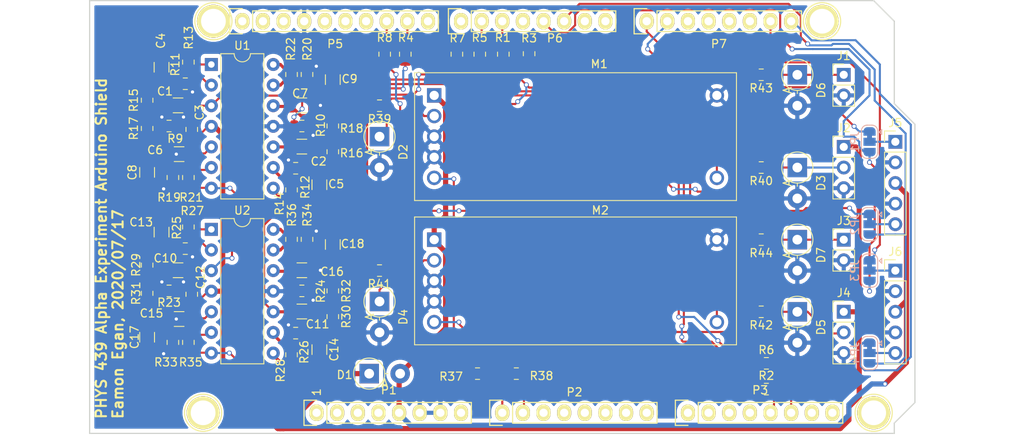
<source format=kicad_pcb>
(kicad_pcb (version 20171130) (host pcbnew "(5.1.5)-3")
  (title_block (date "mar. 31 mars 2015"))
  (layers (0 F.Cu signal) (31 B.Cu signal) (34 B.Paste user) (35 F.Paste user) (36 B.SilkS user) (37 F.SilkS user) (38 B.Mask user) (39 F.Mask user) (44 Edge.Cuts user))
  (net 0 "")
  (net 1 GND)
  (net 2 +5V)
  (net 3 /IOREF)
  (net 4 /Reset)
  (net 5 /Vin)
  (net 6 /A0)
  (net 7 /A1)
  (net 8 /A2)
  (net 9 /A3)
  (net 10 /A4)
  (net 11 /A5)
  (net 12 /A6)
  (net 13 /A7)
  (net 14 /A8)
  (net 15 /A9)
  (net 16 /A10)
  (net 17 /A11)
  (net 18 /A14)
  (net 19 /A15)
  (net 20 /SCL)
  (net 21 /SDA)
  (net 22 /AREF)
  (net 23 "/13(**)")
  (net 24 "/12(**)")
  (net 25 "/11(**)")
  (net 26 "/10(**)")
  (net 27 "/9(**)")
  (net 28 "/8(**)")
  (net 29 "/7(**)")
  (net 30 "/6(**)")
  (net 31 "/5(**)")
  (net 32 "/4(**)")
  (net 33 "/3(**)")
  (net 34 "/2(**)")
  (net 35 "/20(SDA)")
  (net 36 "/21(SCL)")
  (net 37 "Net-(P8-Pad1)")
  (net 38 "Net-(P10-Pad1)")
  (net 39 "Net-(P11-Pad1)")
  (net 40 "Net-(P13-Pad1)")
  (net 41 +3V3)
  (net 42 "/1(Tx0)")
  (net 43 "/0(Rx0)")
  (net 44 "/14(Tx3)")
  (net 45 "/15(Rx3)")
  (net 46 "/16(Tx2)")
  (net 47 "/17(Rx2)")
  (net 48 "/18(Tx1)")
  (net 49 "/19(Rx1)")
  (net 50 "Net-(C4-Pad2)")
  (net 51 "Net-(C5-Pad2)")
  (net 52 "Net-(C6-Pad1)")
  (net 53 "Net-(C7-Pad1)")
  (net 54 "Net-(C8-Pad2)")
  (net 55 "Net-(C9-Pad2)")
  (net 56 "Net-(C13-Pad2)")
  (net 57 "Net-(C14-Pad2)")
  (net 58 "Net-(C14-Pad1)")
  (net 59 "Net-(C15-Pad1)")
  (net 60 "Net-(C16-Pad1)")
  (net 61 "Net-(R33-Pad2)")
  (net 62 /Sheet5F1ED63A/IN1)
  (net 63 /Sheet5F1ED63A/IN2)
  (net 64 +24V)
  (net 65 "Net-(C4-Pad1)")
  (net 66 "Net-(C5-Pad1)")
  (net 67 /Sheet5F1ED63A/OUT1)
  (net 68 /Sheet5F1ED63A/OUT2)
  (net 69 /sheet5F19B79F/IN1)
  (net 70 /sheet5F19B79F/IN2)
  (net 71 "Net-(C13-Pad1)")
  (net 72 "Net-(C17-Pad2)")
  (net 73 /sheet5F19B79F/OUT1)
  (net 74 "Net-(C18-Pad2)")
  (net 75 /sheet5F19B79F/OUT2)
  (net 76 "Net-(P1-Pad1)")
  (net 77 "/DAC0(A12)")
  (net 78 "/DAC1(A13)")
  (net 79 "Net-(R19-Pad2)")
  (net 80 "Net-(R20-Pad2)")
  (net 81 "Net-(R34-Pad2)")
  (net 82 "Net-(C8-Pad1)")
  (net 83 "Net-(C9-Pad1)")
  (net 84 "Net-(C17-Pad1)")
  (net 85 "Net-(C18-Pad1)")
  (net 86 "Net-(D6-Pad1)")
  (net 87 "Net-(D7-Pad1)")
  (net 88 "Net-(M1-Pad6)")
  (net 89 "Net-(M1-Pad5)")
  (net 90 "Net-(M2-Pad6)")
  (net 91 "Net-(M2-Pad5)")
  (net 92 "Net-(J5-Pad5)")
  (net 93 "Net-(J5-Pad1)")
  (net 94 "Net-(J6-Pad5)")
  (net 95 "Net-(J6-Pad1)")
  (module Jumper:SolderJumper-3_P1.3mm_Bridged12_RoundedPad1.0x1.5mm (layer B.Cu) (at 199.39 111.76 270)
    (fp_text reference JP4 (at 0 1.8 90) (layer B.SilkS) (effects (justify mirror)))
    (fp_text value SolderJumper_3_Bridged12)
    (fp_poly (pts (xy -0.9 0.3) (xy -0.4 0.3) (xy -0.4 -0.3) (xy -0.9 -0.3)) (layer B.Cu) (width 0))
    (pad 1 smd custom (at -1.3 0 270) (size 1 0.5) (layers B.Cu B.Mask) (net 36 "/21(SCL)") (options (clearance outline) (anchor rect)) (primitives (gr_circle (center 0 -0.25) (end 0.5 -0.25) (width 0)) (gr_circle (center 0 0.25) (end 0.5 0.25) (width 0)) (gr_poly (pts (xy 0.55 0.75) (xy 0 0.75) (xy 0 -0.75) (xy 0.55 -0.75)) (width 0))))
    (pad 2 smd rect (at 0 0 270) (size 1 1.5) (layers B.Cu B.Mask) (net 94 "Net-(J6-Pad5)"))
    (pad 3 smd custom (at 1.3 0 270) (size 1 0.5) (layers B.Cu B.Mask) (net 34 "/2(**)") (options (clearance outline) (anchor rect)) (primitives (gr_circle (center 0 -0.25) (end 0.5 -0.25) (width 0)) (gr_circle (center 0 0.25) (end 0.5 0.25) (width 0)) (gr_poly (pts (xy -0.55 0.75) (xy 0 0.75) (xy 0 -0.75) (xy -0.55 -0.75)) (width 0))))
  )
  (module Jumper:SolderJumper-3_P1.3mm_Bridged12_RoundedPad1.0x1.5mm (layer B.Cu) (at 199.39 101.6 270)
    (fp_text reference JP3 (at 0 1.8 90) (layer B.SilkS) (effects (justify mirror)))
    (fp_text value SolderJumper_3_Bridged12)
    (fp_poly (pts (xy -0.9 0.3) (xy -0.4 0.3) (xy -0.4 -0.3) (xy -0.9 -0.3)) (layer B.Cu) (width 0))
    (pad 1 smd custom (at -1.3 0 270) (size 1 0.5) (layers B.Cu B.Mask) (net 35 "/20(SDA)") (options (clearance outline) (anchor rect)) (primitives (gr_circle (center 0 -0.25) (end 0.5 -0.25) (width 0)) (gr_circle (center 0 0.25) (end 0.5 0.25) (width 0)) (gr_poly (pts (xy 0.55 0.75) (xy 0 0.75) (xy 0 -0.75) (xy 0.55 -0.75)) (width 0))))
    (pad 2 smd rect (at 0 0 270) (size 1 1.5) (layers B.Cu B.Mask) (net 95 "Net-(J6-Pad1)"))
    (pad 3 smd custom (at 1.3 0 270) (size 1 0.5) (layers B.Cu B.Mask) (net 33 "/3(**)") (options (clearance outline) (anchor rect)) (primitives (gr_circle (center 0 -0.25) (end 0.5 -0.25) (width 0)) (gr_circle (center 0 0.25) (end 0.5 0.25) (width 0)) (gr_poly (pts (xy -0.55 0.75) (xy 0 0.75) (xy 0 -0.75) (xy -0.55 -0.75)) (width 0))))
  )
  (module Jumper:SolderJumper-3_P1.3mm_Bridged12_RoundedPad1.0x1.5mm (layer B.Cu) (at 199.39 95.885 270)
    (fp_text reference JP2 (at 0 1.8 270) (layer B.SilkS) (effects (justify mirror)))
    (fp_text value SolderJumper_3_Bridged12)
    (fp_poly (pts (xy -0.9 0.3) (xy -0.4 0.3) (xy -0.4 -0.3) (xy -0.9 -0.3)) (layer B.Cu) (width 0))
    (pad 1 smd custom (at -1.3 0 270) (size 1 0.5) (layers B.Cu B.Mask) (net 45 "/15(Rx3)") (options (clearance outline) (anchor rect)) (primitives (gr_circle (center 0 -0.25) (end 0.5 -0.25) (width 0)) (gr_circle (center 0 0.25) (end 0.5 0.25) (width 0)) (gr_poly (pts (xy 0.55 0.75) (xy 0 0.75) (xy 0 -0.75) (xy 0.55 -0.75)) (width 0))))
    (pad 2 smd rect (at 0 0 270) (size 1 1.5) (layers B.Cu B.Mask) (net 92 "Net-(J5-Pad5)"))
    (pad 3 smd custom (at 1.3 0 270) (size 1 0.5) (layers B.Cu B.Mask) (net 34 "/2(**)") (options (clearance outline) (anchor rect)) (primitives (gr_circle (center 0 -0.25) (end 0.5 -0.25) (width 0)) (gr_circle (center 0 0.25) (end 0.5 0.25) (width 0)) (gr_poly (pts (xy -0.55 0.75) (xy 0 0.75) (xy 0 -0.75) (xy -0.55 -0.75)) (width 0))))
  )
  (module Jumper:SolderJumper-3_P1.3mm_Bridged12_RoundedPad1.0x1.5mm (layer B.Cu) (at 199.39 85.725 270)
    (fp_text reference JP1 (at 0 1.8 270) (layer B.SilkS) (effects (justify mirror)))
    (fp_text value SolderJumper_3_Bridged12)
    (fp_poly (pts (xy -0.9 0.3) (xy -0.4 0.3) (xy -0.4 -0.3) (xy -0.9 -0.3)) (layer B.Cu) (width 0))
    (pad 1 smd custom (at -1.3 0 270) (size 1 0.5) (layers B.Cu B.Mask) (net 44 "/14(Tx3)") (options (clearance outline) (anchor rect)) (primitives (gr_circle (center 0 -0.25) (end 0.5 -0.25) (width 0)) (gr_circle (center 0 0.25) (end 0.5 0.25) (width 0)) (gr_poly (pts (xy 0.55 0.75) (xy 0 0.75) (xy 0 -0.75) (xy 0.55 -0.75)) (width 0))))
    (pad 2 smd rect (at 0 0 270) (size 1 1.5) (layers B.Cu B.Mask) (net 93 "Net-(J5-Pad1)"))
    (pad 3 smd custom (at 1.3 0 270) (size 1 0.5) (layers B.Cu B.Mask) (net 33 "/3(**)") (options (clearance outline) (anchor rect)) (primitives (gr_circle (center 0 -0.25) (end 0.5 -0.25) (width 0)) (gr_circle (center 0 0.25) (end 0.5 0.25) (width 0)) (gr_poly (pts (xy -0.55 0.75) (xy 0 0.75) (xy 0 -0.75) (xy -0.55 -0.75)) (width 0))))
  )
  (module Connector_PinHeader_2.54mm:PinHeader_1x05_P2.54mm_Vertical (layer F.Cu) (at 202.565 101.6)
    (fp_text reference J6 (at 0 -2.33) (layer F.SilkS))
    (fp_text value Conn_01x05)
    (pad 5 thru_hole oval (at 0 10.16) (size 1.7 1.7) (drill 1) (layers *.Cu *.Mask) (net 94 "Net-(J6-Pad5)"))
    (pad 4 thru_hole oval (at 0 7.62) (size 1.7 1.7) (drill 1) (layers *.Cu *.Mask) (net 1 GND))
    (pad 3 thru_hole oval (at 0 5.08) (size 1.7 1.7) (drill 1) (layers *.Cu *.Mask) (net 2 +5V))
    (pad 2 thru_hole oval (at 0 2.54) (size 1.7 1.7) (drill 1) (layers *.Cu *.Mask) (net 1 GND))
    (pad 1 thru_hole rect (at 0 0) (size 1.7 1.7) (drill 1) (layers *.Cu *.Mask) (net 95 "Net-(J6-Pad1)"))
  )
  (module Connector_PinHeader_2.54mm:PinHeader_1x05_P2.54mm_Vertical (layer F.Cu) (at 202.565 85.725)
    (fp_text reference J5 (at 0 -2.33) (layer F.SilkS))
    (fp_text value Conn_01x05)
    (pad 5 thru_hole oval (at 0 10.16) (size 1.7 1.7) (drill 1) (layers *.Cu *.Mask) (net 92 "Net-(J5-Pad5)"))
    (pad 4 thru_hole oval (at 0 7.62) (size 1.7 1.7) (drill 1) (layers *.Cu *.Mask) (net 1 GND))
    (pad 3 thru_hole oval (at 0 5.08) (size 1.7 1.7) (drill 1) (layers *.Cu *.Mask) (net 2 +5V))
    (pad 2 thru_hole oval (at 0 2.54) (size 1.7 1.7) (drill 1) (layers *.Cu *.Mask) (net 1 GND))
    (pad 1 thru_hole rect (at 0 0) (size 1.7 1.7) (drill 1) (layers *.Cu *.Mask) (net 93 "Net-(J5-Pad1)"))
  )
  (module alpha-shield:ISEG_HV_MODULE (layer F.Cu) (at 163.195 102.87)
    (fp_text reference M2 (at 3.048 -8.6995) (layer F.SilkS))
    (fp_text value AP0vv255x05)
    (pad 7 thru_hole circle (at 17.399 -5.08) (size 1.778 1.778) (drill 1.143) (layers *.Cu *.Mask) (net 1 GND))
    (pad 6 thru_hole circle (at 17.399 5.08) (size 1.778 1.778) (drill 1.143) (layers *.Cu *.Mask) (net 90 "Net-(M2-Pad6)"))
    (pad 5 thru_hole circle (at -17.399 5.08) (size 1.778 1.778) (drill 1.143) (layers *.Cu *.Mask) (net 91 "Net-(M2-Pad5)"))
    (pad 4 thru_hole circle (at -17.399 2.54) (size 1.778 1.778) (drill 1.143) (layers *.Cu *.Mask) (net 1 GND))
    (pad 3 thru_hole circle (at -17.399 0) (size 1.778 1.778) (drill 1.143) (layers *.Cu *.Mask) (net 1 GND))
    (pad 2 thru_hole circle (at -17.399 -2.54) (size 1.778 1.778) (drill 1.143) (layers *.Cu *.Mask) (net 73 /sheet5F19B79F/OUT1))
    (pad 1 thru_hole rect (at -17.399 -5.08) (size 1.778 1.778) (drill 1.143) (layers *.Cu *.Mask) (net 2 +5V))
  )
  (module alpha-shield:ISEG_HV_MODULE (layer F.Cu) (at 163.195 85.09)
    (fp_text reference M1 (at 2.921 -8.9535) (layer F.SilkS))
    (fp_text value AP0vv255x05)
    (pad 7 thru_hole circle (at 17.399 -5.08) (size 1.778 1.778) (drill 1.143) (layers *.Cu *.Mask) (net 1 GND))
    (pad 6 thru_hole circle (at 17.399 5.08) (size 1.778 1.778) (drill 1.143) (layers *.Cu *.Mask) (net 88 "Net-(M1-Pad6)"))
    (pad 5 thru_hole circle (at -17.399 5.08) (size 1.778 1.778) (drill 1.143) (layers *.Cu *.Mask) (net 89 "Net-(M1-Pad5)"))
    (pad 4 thru_hole circle (at -17.399 2.54) (size 1.778 1.778) (drill 1.143) (layers *.Cu *.Mask) (net 1 GND))
    (pad 3 thru_hole circle (at -17.399 0) (size 1.778 1.778) (drill 1.143) (layers *.Cu *.Mask) (net 1 GND))
    (pad 2 thru_hole circle (at -17.399 -2.54) (size 1.778 1.778) (drill 1.143) (layers *.Cu *.Mask) (net 67 /Sheet5F1ED63A/OUT1))
    (pad 1 thru_hole rect (at -17.399 -5.08) (size 1.778 1.778) (drill 1.143) (layers *.Cu *.Mask) (net 2 +5V))
  )
  (module Package_DIP:DIP-14_W7.62mm (layer F.Cu) (at 118.364 96.52)
    (fp_text reference U2 (at 3.81 -2.33) (layer F.SilkS))
    (fp_text value LT1014)
    (pad 14 thru_hole oval (at 7.62 0) (size 1.6 1.6) (drill 0.8) (layers *.Cu *.Mask) (net 85 "Net-(C18-Pad1)"))
    (pad 7 thru_hole oval (at 0 15.24) (size 1.6 1.6) (drill 0.8) (layers *.Cu *.Mask) (net 84 "Net-(C17-Pad1)"))
    (pad 13 thru_hole oval (at 7.62 2.54) (size 1.6 1.6) (drill 0.8) (layers *.Cu *.Mask) (net 81 "Net-(R34-Pad2)"))
    (pad 6 thru_hole oval (at 0 12.7) (size 1.6 1.6) (drill 0.8) (layers *.Cu *.Mask) (net 61 "Net-(R33-Pad2)"))
    (pad 12 thru_hole oval (at 7.62 5.08) (size 1.6 1.6) (drill 0.8) (layers *.Cu *.Mask) (net 60 "Net-(C16-Pad1)"))
    (pad 5 thru_hole oval (at 0 10.16) (size 1.6 1.6) (drill 0.8) (layers *.Cu *.Mask) (net 59 "Net-(C15-Pad1)"))
    (pad 11 thru_hole oval (at 7.62 7.62) (size 1.6 1.6) (drill 0.8) (layers *.Cu *.Mask) (net 1 GND))
    (pad 4 thru_hole oval (at 0 7.62) (size 1.6 1.6) (drill 0.8) (layers *.Cu *.Mask) (net 64 +24V))
    (pad 10 thru_hole oval (at 7.62 10.16) (size 1.6 1.6) (drill 0.8) (layers *.Cu *.Mask) (net 70 /sheet5F19B79F/IN2))
    (pad 3 thru_hole oval (at 0 5.08) (size 1.6 1.6) (drill 0.8) (layers *.Cu *.Mask) (net 69 /sheet5F19B79F/IN1))
    (pad 9 thru_hole oval (at 7.62 12.7) (size 1.6 1.6) (drill 0.8) (layers *.Cu *.Mask) (net 57 "Net-(C14-Pad2)"))
    (pad 2 thru_hole oval (at 0 2.54) (size 1.6 1.6) (drill 0.8) (layers *.Cu *.Mask) (net 56 "Net-(C13-Pad2)"))
    (pad 8 thru_hole oval (at 7.62 15.24) (size 1.6 1.6) (drill 0.8) (layers *.Cu *.Mask) (net 58 "Net-(C14-Pad1)"))
    (pad 1 thru_hole rect (at 0 0) (size 1.6 1.6) (drill 0.8) (layers *.Cu *.Mask) (net 71 "Net-(C13-Pad1)"))
  )
  (module Resistor_SMD:R_0805_2012Metric (layer F.Cu) (at 128.235 97.75 270)
    (fp_text reference R36 (at -3.008 -0.035 270) (layer F.SilkS))
    (fp_text value R_US)
    (pad 2 smd roundrect (at 0.9375 0 270) (size 0.975 1.4) (layers F.Cu F.Paste F.Mask) (net 81 "Net-(R34-Pad2)"))
    (pad 1 smd roundrect (at -0.9375 0 270) (size 0.975 1.4) (layers F.Cu F.Paste F.Mask) (net 85 "Net-(C18-Pad1)"))
  )
  (module Resistor_SMD:R_0805_2012Metric (layer F.Cu) (at 115.535 110.45 90)
    (fp_text reference R35 (at -2.453 0.289 180) (layer F.SilkS))
    (fp_text value R_US)
    (pad 2 smd roundrect (at 0.9375 0 90) (size 0.975 1.4) (layers F.Cu F.Paste F.Mask) (net 61 "Net-(R33-Pad2)"))
    (pad 1 smd roundrect (at -0.9375 0 90) (size 0.975 1.4) (layers F.Cu F.Paste F.Mask) (net 84 "Net-(C17-Pad1)"))
  )
  (module Resistor_SMD:R_0805_2012Metric (layer F.Cu) (at 130.14 97.75 270)
    (fp_text reference R34 (at -3.008 -0.035 270) (layer F.SilkS))
    (fp_text value R_US)
    (pad 2 smd roundrect (at 0.9375 0 270) (size 0.975 1.4) (layers F.Cu F.Paste F.Mask) (net 81 "Net-(R34-Pad2)"))
    (pad 1 smd roundrect (at -0.9375 0 270) (size 0.975 1.4) (layers F.Cu F.Paste F.Mask) (net 1 GND))
  )
  (module Resistor_SMD:R_0805_2012Metric (layer F.Cu) (at 113.63 110.45 90)
    (fp_text reference R33 (at -2.453 -0.854 180) (layer F.SilkS))
    (fp_text value R_US)
    (pad 2 smd roundrect (at 0.9375 0 90) (size 0.975 1.4) (layers F.Cu F.Paste F.Mask) (net 61 "Net-(R33-Pad2)"))
    (pad 1 smd roundrect (at -0.9375 0 90) (size 0.975 1.4) (layers F.Cu F.Paste F.Mask) (net 1 GND))
  )
  (module Resistor_SMD:R_0805_2012Metric (layer F.Cu) (at 133.315 104.1 270)
    (fp_text reference R32 (at 0 -1.65 90) (layer F.SilkS))
    (fp_text value R_US)
    (pad 2 smd roundrect (at 0.9375 0 270) (size 0.975 1.4) (layers F.Cu F.Paste F.Mask) (net 74 "Net-(C18-Pad2)"))
    (pad 1 smd roundrect (at -0.9375 0 270) (size 0.975 1.4) (layers F.Cu F.Paste F.Mask) (net 60 "Net-(C16-Pad1)"))
  )
  (module Resistor_SMD:R_0805_2012Metric (layer F.Cu) (at 110.455 104.4025 90)
    (fp_text reference R31 (at 0.0085 -1.362 90) (layer F.SilkS))
    (fp_text value R_US)
    (pad 2 smd roundrect (at 0.9375 0 90) (size 0.975 1.4) (layers F.Cu F.Paste F.Mask) (net 72 "Net-(C17-Pad2)"))
    (pad 1 smd roundrect (at -0.9375 0 90) (size 0.975 1.4) (layers F.Cu F.Paste F.Mask) (net 59 "Net-(C15-Pad1)"))
  )
  (module Resistor_SMD:R_0805_2012Metric (layer F.Cu) (at 133.315 107.275 270)
    (fp_text reference R30 (at 0 -1.65 90) (layer F.SilkS))
    (fp_text value R_US)
    (pad 2 smd roundrect (at 0.9375 0 270) (size 0.975 1.4) (layers F.Cu F.Paste F.Mask) (net 58 "Net-(C14-Pad1)"))
    (pad 1 smd roundrect (at -0.9375 0 270) (size 0.975 1.4) (layers F.Cu F.Paste F.Mask) (net 74 "Net-(C18-Pad2)"))
  )
  (module Resistor_SMD:R_0805_2012Metric (layer F.Cu) (at 110.455 100.925 90)
    (fp_text reference R29 (at 0.0235 -1.362 90) (layer F.SilkS))
    (fp_text value R_US)
    (pad 2 smd roundrect (at 0.9375 0 90) (size 0.975 1.4) (layers F.Cu F.Paste F.Mask) (net 71 "Net-(C13-Pad1)"))
    (pad 1 smd roundrect (at -0.9375 0 90) (size 0.975 1.4) (layers F.Cu F.Paste F.Mask) (net 72 "Net-(C17-Pad2)"))
  )
  (module Resistor_SMD:R_0805_2012Metric (layer F.Cu) (at 128.235 111.974 270)
    (fp_text reference R28 (at 1.945 1.362 90) (layer F.SilkS))
    (fp_text value R_US)
    (pad 2 smd roundrect (at 0.9375 0 270) (size 0.975 1.4) (layers F.Cu F.Paste F.Mask) (net 58 "Net-(C14-Pad1)"))
    (pad 1 smd roundrect (at -0.9375 0 270) (size 0.975 1.4) (layers F.Cu F.Paste F.Mask) (net 57 "Net-(C14-Pad2)"))
  )
  (module Resistor_SMD:R_0805_2012Metric (layer F.Cu) (at 115.535 96.226 90)
    (fp_text reference R27 (at 1.992 0.4795 180) (layer F.SilkS))
    (fp_text value R_US)
    (pad 2 smd roundrect (at 0.9375 0 90) (size 0.975 1.4) (layers F.Cu F.Paste F.Mask) (net 71 "Net-(C13-Pad1)"))
    (pad 1 smd roundrect (at -0.9375 0 90) (size 0.975 1.4) (layers F.Cu F.Paste F.Mask) (net 56 "Net-(C13-Pad2)"))
  )
  (module Resistor_SMD:R_0805_2012Metric (layer F.Cu) (at 128.743 109.307 180)
    (fp_text reference R26 (at -1.051 -2.326 90) (layer F.SilkS))
    (fp_text value R_US)
    (pad 2 smd roundrect (at 0.9375 0 180) (size 0.975 1.4) (layers F.Cu F.Paste F.Mask) (net 1 GND))
    (pad 1 smd roundrect (at -0.9375 0 180) (size 0.975 1.4) (layers F.Cu F.Paste F.Mask) (net 57 "Net-(C14-Pad2)"))
  )
  (module Resistor_SMD:R_0805_2012Metric (layer F.Cu) (at 115.154 98.893)
    (fp_text reference R25 (at -1.0445 -2.5635 90) (layer F.SilkS))
    (fp_text value R_US)
    (pad 2 smd roundrect (at 0.9375 0) (size 0.975 1.4) (layers F.Cu F.Paste F.Mask) (net 1 GND))
    (pad 1 smd roundrect (at -0.9375 0) (size 0.975 1.4) (layers F.Cu F.Paste F.Mask) (net 56 "Net-(C13-Pad2)"))
  )
  (module Resistor_SMD:R_0805_2012Metric (layer F.Cu) (at 129.505 104.1 180)
    (fp_text reference R24 (at -2.321 -0.04 90) (layer F.SilkS))
    (fp_text value R_US)
    (pad 2 smd roundrect (at 0.9375 0 180) (size 0.975 1.4) (layers F.Cu F.Paste F.Mask) (net 70 /sheet5F19B79F/IN2))
    (pad 1 smd roundrect (at -0.9375 0 180) (size 0.975 1.4) (layers F.Cu F.Paste F.Mask) (net 1 GND))
  )
  (module Resistor_SMD:R_0805_2012Metric (layer F.Cu) (at 113.157 104.1)
    (fp_text reference R23 (at 0 1.437) (layer F.SilkS))
    (fp_text value R_US)
    (pad 2 smd roundrect (at 0.9375 0) (size 0.975 1.4) (layers F.Cu F.Paste F.Mask) (net 69 /sheet5F19B79F/IN1))
    (pad 1 smd roundrect (at -0.9375 0) (size 0.975 1.4) (layers F.Cu F.Paste F.Mask) (net 1 GND))
  )
  (module Diode_THT:D_DO-15_P3.81mm_Vertical_AnodeUp (layer F.Cu) (at 137.795 114.3)
    (fp_text reference D1 (at -3.0226 0.1524) (layer F.SilkS))
    (fp_text value D_ALT)
    (fp_text user A (at 1.91 1.2) (layer F.SilkS))
    (pad 2 thru_hole oval (at 3.81 0) (size 2.4 2.4) (drill 1.2) (layers *.Cu *.Mask) (net 2 +5V))
    (pad 1 thru_hole rect (at 0 0) (size 2.4 2.4) (drill 1.2) (layers *.Cu *.Mask) (net 64 +24V))
  )
  (module Capacitor_SMD:C_1206_3216Metric (layer F.Cu) (at 133.315 98.385 270)
    (fp_text reference C18 (at -0.087 -2.448 180) (layer F.SilkS))
    (fp_text value C)
    (pad 2 smd roundrect (at 1.4 0 270) (size 1.25 1.75) (layers F.Cu F.Paste F.Mask) (roundrect_rratio 0.2) (net 74 "Net-(C18-Pad2)"))
    (pad 1 smd roundrect (at -1.4 0 270) (size 1.25 1.75) (layers F.Cu F.Paste F.Mask) (roundrect_rratio 0.2) (net 85 "Net-(C18-Pad1)"))
  )
  (module Capacitor_SMD:C_1206_3216Metric (layer F.Cu) (at 110.455 109.815 90)
    (fp_text reference C17 (at 0 -1.5525 90) (layer F.SilkS))
    (fp_text value C)
    (pad 2 smd roundrect (at 1.4 0 90) (size 1.25 1.75) (layers F.Cu F.Paste F.Mask) (roundrect_rratio 0.2) (net 72 "Net-(C17-Pad2)"))
    (pad 1 smd roundrect (at -1.4 0 90) (size 1.25 1.75) (layers F.Cu F.Paste F.Mask) (roundrect_rratio 0.2) (net 84 "Net-(C17-Pad1)"))
  )
  (module Capacitor_SMD:C_1206_3216Metric (layer F.Cu) (at 129.505 101.56)
    (fp_text reference C16 (at 3.718 0.167) (layer F.SilkS))
    (fp_text value C)
    (pad 2 smd roundrect (at 1.4 0) (size 1.25 1.75) (layers F.Cu F.Paste F.Mask) (roundrect_rratio 0.2) (net 1 GND))
    (pad 1 smd roundrect (at -1.4 0) (size 1.25 1.75) (layers F.Cu F.Paste F.Mask) (roundrect_rratio 0.2) (net 60 "Net-(C16-Pad1)"))
  )
  (module Capacitor_SMD:C_1206_3216Metric (layer F.Cu) (at 114.395 107.569 180)
    (fp_text reference C15 (at 3.397 0.6985) (layer F.SilkS))
    (fp_text value C)
    (pad 2 smd roundrect (at 1.4 0 180) (size 1.25 1.75) (layers F.Cu F.Paste F.Mask) (roundrect_rratio 0.2) (net 1 GND))
    (pad 1 smd roundrect (at -1.4 0 180) (size 1.25 1.75) (layers F.Cu F.Paste F.Mask) (roundrect_rratio 0.2) (net 59 "Net-(C15-Pad1)"))
  )
  (module Capacitor_SMD:C_1206_3216Metric (layer F.Cu) (at 131.664 111.339 90)
    (fp_text reference C14 (at 0 1.813 90) (layer F.SilkS))
    (fp_text value C)
    (pad 2 smd roundrect (at 1.4 0 90) (size 1.25 1.75) (layers F.Cu F.Paste F.Mask) (roundrect_rratio 0.2) (net 57 "Net-(C14-Pad2)"))
    (pad 1 smd roundrect (at -1.4 0 90) (size 1.25 1.75) (layers F.Cu F.Paste F.Mask) (roundrect_rratio 0.2) (net 58 "Net-(C14-Pad1)"))
  )
  (module Capacitor_SMD:C_1206_3216Metric (layer F.Cu) (at 112.233 96.861 270)
    (fp_text reference C13 (at -1.23 2.505 180) (layer F.SilkS))
    (fp_text value C)
    (pad 2 smd roundrect (at 1.4 0 270) (size 1.25 1.75) (layers F.Cu F.Paste F.Mask) (roundrect_rratio 0.2) (net 56 "Net-(C13-Pad2)"))
    (pad 1 smd roundrect (at -1.4 0 270) (size 1.25 1.75) (layers F.Cu F.Paste F.Mask) (roundrect_rratio 0.2) (net 71 "Net-(C13-Pad1)"))
  )
  (module Capacitor_SMD:C_0805_2012Metric (layer F.Cu) (at 115.951 104.521 270)
    (fp_text reference C12 (at -2.0955 -1.0795 90) (layer F.SilkS))
    (fp_text value C)
    (pad 2 smd roundrect (at 0.9375 0 270) (size 0.975 1.4) (layers F.Cu F.Paste F.Mask) (net 64 +24V))
    (pad 1 smd roundrect (at -0.9375 0 270) (size 0.975 1.4) (layers F.Cu F.Paste F.Mask) (net 1 GND))
  )
  (module Capacitor_SMD:C_1206_3216Metric (layer F.Cu) (at 129.505 106.64 180)
    (fp_text reference C11 (at -1.94 -1.564) (layer F.SilkS))
    (fp_text value C)
    (pad 2 smd roundrect (at 1.4 0 180) (size 1.25 1.75) (layers F.Cu F.Paste F.Mask) (roundrect_rratio 0.2) (net 70 /sheet5F19B79F/IN2))
    (pad 1 smd roundrect (at -1.4 0 180) (size 1.25 1.75) (layers F.Cu F.Paste F.Mask) (roundrect_rratio 0.2) (net 1 GND))
  )
  (module Capacitor_SMD:C_1206_3216Metric (layer F.Cu) (at 114.265 101.56)
    (fp_text reference C10 (at -1.5525 -1.484) (layer F.SilkS))
    (fp_text value C)
    (pad 2 smd roundrect (at 1.4 0) (size 1.25 1.75) (layers F.Cu F.Paste F.Mask) (roundrect_rratio 0.2) (net 69 /sheet5F19B79F/IN1))
    (pad 1 smd roundrect (at -1.4 0) (size 1.25 1.75) (layers F.Cu F.Paste F.Mask) (roundrect_rratio 0.2) (net 1 GND))
  )
  (module Capacitor_SMD:C_0805_2012Metric (layer F.Cu) (at 115.951 84.201 270)
    (fp_text reference C3 (at -2.0955 -0.9525 90) (layer F.SilkS))
    (fp_text value C)
    (pad 2 smd roundrect (at 0.9375 0 270) (size 0.975 1.4) (layers F.Cu F.Paste F.Mask) (net 64 +24V))
    (pad 1 smd roundrect (at -0.9375 0 270) (size 0.975 1.4) (layers F.Cu F.Paste F.Mask) (net 1 GND))
  )
  (module Resistor_SMD:R_0805_2012Metric (layer F.Cu) (at 186.055 97.79 180)
    (fp_text reference R44 (at 0 -1.65) (layer F.SilkS))
    (fp_text value R_US)
    (pad 2 smd roundrect (at 0.9375 0 180) (size 0.975 1.4) (layers F.Cu F.Paste F.Mask) (net 90 "Net-(M2-Pad6)"))
    (pad 1 smd roundrect (at -0.9375 0 180) (size 0.975 1.4) (layers F.Cu F.Paste F.Mask) (net 87 "Net-(D7-Pad1)"))
  )
  (module Resistor_SMD:R_0805_2012Metric (layer F.Cu) (at 186.055 77.47 180)
    (fp_text reference R43 (at 0 -1.65) (layer F.SilkS))
    (fp_text value R_US)
    (pad 2 smd roundrect (at 0.9375 0 180) (size 0.975 1.4) (layers F.Cu F.Paste F.Mask) (net 88 "Net-(M1-Pad6)"))
    (pad 1 smd roundrect (at -0.9375 0 180) (size 0.975 1.4) (layers F.Cu F.Paste F.Mask) (net 86 "Net-(D6-Pad1)"))
  )
  (module Resistor_SMD:R_0805_2012Metric (layer F.Cu) (at 186.055 106.68 180)
    (fp_text reference R42 (at 0 -1.65) (layer F.SilkS))
    (fp_text value R_US)
    (pad 2 smd roundrect (at 0.9375 0 180) (size 0.975 1.4) (layers F.Cu F.Paste F.Mask) (net 85 "Net-(C18-Pad1)"))
    (pad 1 smd roundrect (at -0.9375 0 180) (size 0.975 1.4) (layers F.Cu F.Paste F.Mask) (net 75 /sheet5F19B79F/OUT2))
  )
  (module Resistor_SMD:R_0805_2012Metric (layer F.Cu) (at 139.065 101.6 180)
    (fp_text reference R41 (at 0 -1.65) (layer F.SilkS))
    (fp_text value R_US)
    (pad 2 smd roundrect (at 0.9375 0 180) (size 0.975 1.4) (layers F.Cu F.Paste F.Mask) (net 84 "Net-(C17-Pad1)"))
    (pad 1 smd roundrect (at -0.9375 0 180) (size 0.975 1.4) (layers F.Cu F.Paste F.Mask) (net 73 /sheet5F19B79F/OUT1))
  )
  (module Resistor_SMD:R_0805_2012Metric (layer F.Cu) (at 186.055 88.9 180)
    (fp_text reference R40 (at 0 -1.65) (layer F.SilkS))
    (fp_text value R_US)
    (pad 2 smd roundrect (at 0.9375 0 180) (size 0.975 1.4) (layers F.Cu F.Paste F.Mask) (net 83 "Net-(C9-Pad1)"))
    (pad 1 smd roundrect (at -0.9375 0 180) (size 0.975 1.4) (layers F.Cu F.Paste F.Mask) (net 68 /Sheet5F1ED63A/OUT2))
  )
  (module Resistor_SMD:R_0805_2012Metric (layer F.Cu) (at 139.065 81.28 180)
    (fp_text reference R39 (at 0 -1.65) (layer F.SilkS))
    (fp_text value R_US)
    (pad 2 smd roundrect (at 0.9375 0 180) (size 0.975 1.4) (layers F.Cu F.Paste F.Mask) (net 82 "Net-(C8-Pad1)"))
    (pad 1 smd roundrect (at -0.9375 0 180) (size 0.975 1.4) (layers F.Cu F.Paste F.Mask) (net 67 /Sheet5F1ED63A/OUT1))
  )
  (module Resistor_SMD:R_0805_2012Metric (layer F.Cu) (at 155.9075 114.3)
    (fp_text reference R38 (at 3.0965 0.2794) (layer F.SilkS))
    (fp_text value R_US)
    (pad 2 smd roundrect (at 0.9375 0) (size 0.975 1.4) (layers F.Cu F.Paste F.Mask) (net 7 /A1))
    (pad 1 smd roundrect (at -0.9375 0) (size 0.975 1.4) (layers F.Cu F.Paste F.Mask) (net 91 "Net-(M2-Pad5)"))
  )
  (module Resistor_SMD:R_0805_2012Metric (layer F.Cu) (at 151.13 114.3)
    (fp_text reference R37 (at -3.2512 0.3556) (layer F.SilkS))
    (fp_text value R_US)
    (pad 2 smd roundrect (at 0.9375 0) (size 0.975 1.4) (layers F.Cu F.Paste F.Mask) (net 6 /A0))
    (pad 1 smd roundrect (at -0.9375 0) (size 0.975 1.4) (layers F.Cu F.Paste F.Mask) (net 89 "Net-(M1-Pad5)"))
  )
  (module Connector_PinHeader_2.54mm:PinHeader_1x03_P2.54mm_Vertical (layer F.Cu) (at 196.215 106.68)
    (fp_text reference J4 (at 0 -2.33) (layer F.SilkS))
    (fp_text value Conn_01x03)
    (pad 3 thru_hole oval (at 0 5.08) (size 1.7 1.7) (drill 1) (layers *.Cu *.Mask) (net 1 GND))
    (pad 2 thru_hole oval (at 0 2.54) (size 1.7 1.7) (drill 1) (layers *.Cu *.Mask) (net 75 /sheet5F19B79F/OUT2))
    (pad 1 thru_hole rect (at 0 0) (size 1.7 1.7) (drill 1) (layers *.Cu *.Mask) (net 64 +24V))
  )
  (module Connector_PinHeader_2.54mm:PinHeader_1x02_P2.54mm_Vertical (layer F.Cu) (at 196.215 97.79)
    (fp_text reference J3 (at 0 -2.33) (layer F.SilkS))
    (fp_text value Conn_01x02)
    (pad 2 thru_hole oval (at 0 2.54) (size 1.7 1.7) (drill 1) (layers *.Cu *.Mask) (net 1 GND))
    (pad 1 thru_hole rect (at 0 0) (size 1.7 1.7) (drill 1) (layers *.Cu *.Mask) (net 87 "Net-(D7-Pad1)"))
  )
  (module Connector_PinHeader_2.54mm:PinHeader_1x03_P2.54mm_Vertical (layer F.Cu) (at 196.215 86.36)
    (fp_text reference J2 (at 0 -2.33) (layer F.SilkS))
    (fp_text value Conn_01x03)
    (pad 3 thru_hole oval (at 0 5.08) (size 1.7 1.7) (drill 1) (layers *.Cu *.Mask) (net 1 GND))
    (pad 2 thru_hole oval (at 0 2.54) (size 1.7 1.7) (drill 1) (layers *.Cu *.Mask) (net 68 /Sheet5F1ED63A/OUT2))
    (pad 1 thru_hole rect (at 0 0) (size 1.7 1.7) (drill 1) (layers *.Cu *.Mask) (net 64 +24V))
  )
  (module Connector_PinHeader_2.54mm:PinHeader_1x02_P2.54mm_Vertical (layer F.Cu) (at 196.215 77.47)
    (fp_text reference J1 (at 0 -2.33) (layer F.SilkS))
    (fp_text value Conn_01x02)
    (pad 2 thru_hole oval (at 0 2.54) (size 1.7 1.7) (drill 1) (layers *.Cu *.Mask) (net 1 GND))
    (pad 1 thru_hole rect (at 0 0) (size 1.7 1.7) (drill 1) (layers *.Cu *.Mask) (net 86 "Net-(D6-Pad1)"))
  )
  (module Diode_THT:D_DO-15_P3.81mm_Vertical_AnodeUp (layer F.Cu) (at 190.5 97.79 270)
    (fp_text reference D7 (at 1.905 -2.92 90) (layer F.SilkS))
    (fp_text value D_Zener_ALT)
    (fp_text user A (at 1.91 1.2 90) (layer F.SilkS))
    (pad 2 thru_hole oval (at 3.81 0 270) (size 2.4 2.4) (drill 1.2) (layers *.Cu *.Mask) (net 1 GND))
    (pad 1 thru_hole rect (at 0 0 270) (size 2.4 2.4) (drill 1.2) (layers *.Cu *.Mask) (net 87 "Net-(D7-Pad1)"))
  )
  (module Diode_THT:D_DO-15_P3.81mm_Vertical_AnodeUp (layer F.Cu) (at 190.5 77.47 270)
    (fp_text reference D6 (at 1.905 -2.92 90) (layer F.SilkS))
    (fp_text value D_Zener_ALT)
    (fp_text user A (at 1.91 1.2 90) (layer F.SilkS))
    (pad 2 thru_hole oval (at 3.81 0 270) (size 2.4 2.4) (drill 1.2) (layers *.Cu *.Mask) (net 1 GND))
    (pad 1 thru_hole rect (at 0 0 270) (size 2.4 2.4) (drill 1.2) (layers *.Cu *.Mask) (net 86 "Net-(D6-Pad1)"))
  )
  (module Diode_THT:D_DO-15_P3.81mm_Vertical_AnodeUp (layer F.Cu) (at 190.5 106.68 270)
    (fp_text reference D5 (at 1.905 -2.92 90) (layer F.SilkS))
    (fp_text value D_Zener_ALT)
    (fp_text user A (at 1.91 1.2 90) (layer F.SilkS))
    (pad 2 thru_hole oval (at 3.81 0 270) (size 2.4 2.4) (drill 1.2) (layers *.Cu *.Mask) (net 1 GND))
    (pad 1 thru_hole rect (at 0 0 270) (size 2.4 2.4) (drill 1.2) (layers *.Cu *.Mask) (net 75 /sheet5F19B79F/OUT2))
  )
  (module Diode_THT:D_DO-15_P3.81mm_Vertical_AnodeUp (layer F.Cu) (at 139.065 105.41 270)
    (fp_text reference D4 (at 1.905 -2.92 90) (layer F.SilkS))
    (fp_text value D_Zener_ALT)
    (fp_text user A (at 1.91 1.2 90) (layer F.SilkS))
    (pad 2 thru_hole oval (at 3.81 0 270) (size 2.4 2.4) (drill 1.2) (layers *.Cu *.Mask) (net 1 GND))
    (pad 1 thru_hole rect (at 0 0 270) (size 2.4 2.4) (drill 1.2) (layers *.Cu *.Mask) (net 73 /sheet5F19B79F/OUT1))
  )
  (module Diode_THT:D_DO-15_P3.81mm_Vertical_AnodeUp (layer F.Cu) (at 190.5 88.9 270)
    (fp_text reference D3 (at 1.905 -2.92 90) (layer F.SilkS))
    (fp_text value D_Zener_ALT)
    (fp_text user A (at 1.91 1.2 90) (layer F.SilkS))
    (pad 2 thru_hole oval (at 3.81 0 270) (size 2.4 2.4) (drill 1.2) (layers *.Cu *.Mask) (net 1 GND))
    (pad 1 thru_hole rect (at 0 0 270) (size 2.4 2.4) (drill 1.2) (layers *.Cu *.Mask) (net 68 /Sheet5F1ED63A/OUT2))
  )
  (module Diode_THT:D_DO-15_P3.81mm_Vertical_AnodeUp (layer F.Cu) (at 139.065 85.09 270)
    (fp_text reference D2 (at 1.905 -2.92 90) (layer F.SilkS))
    (fp_text value D_Zener_ALT)
    (fp_text user A (at 1.91 1.2 90) (layer F.SilkS))
    (pad 2 thru_hole oval (at 3.81 0 270) (size 2.4 2.4) (drill 1.2) (layers *.Cu *.Mask) (net 1 GND))
    (pad 1 thru_hole rect (at 0 0 270) (size 2.4 2.4) (drill 1.2) (layers *.Cu *.Mask) (net 67 /Sheet5F1ED63A/OUT1))
  )
  (module Package_DIP:DIP-14_W7.62mm (layer F.Cu) (at 118.364 76.2)
    (fp_text reference U1 (at 3.81 -2.33) (layer F.SilkS))
    (fp_text value LT1014)
    (pad 14 thru_hole oval (at 7.62 0) (size 1.6 1.6) (drill 0.8) (layers *.Cu *.Mask) (net 83 "Net-(C9-Pad1)"))
    (pad 7 thru_hole oval (at 0 15.24) (size 1.6 1.6) (drill 0.8) (layers *.Cu *.Mask) (net 82 "Net-(C8-Pad1)"))
    (pad 13 thru_hole oval (at 7.62 2.54) (size 1.6 1.6) (drill 0.8) (layers *.Cu *.Mask) (net 80 "Net-(R20-Pad2)"))
    (pad 6 thru_hole oval (at 0 12.7) (size 1.6 1.6) (drill 0.8) (layers *.Cu *.Mask) (net 79 "Net-(R19-Pad2)"))
    (pad 12 thru_hole oval (at 7.62 5.08) (size 1.6 1.6) (drill 0.8) (layers *.Cu *.Mask) (net 53 "Net-(C7-Pad1)"))
    (pad 5 thru_hole oval (at 0 10.16) (size 1.6 1.6) (drill 0.8) (layers *.Cu *.Mask) (net 52 "Net-(C6-Pad1)"))
    (pad 11 thru_hole oval (at 7.62 7.62) (size 1.6 1.6) (drill 0.8) (layers *.Cu *.Mask) (net 1 GND))
    (pad 4 thru_hole oval (at 0 7.62) (size 1.6 1.6) (drill 0.8) (layers *.Cu *.Mask) (net 64 +24V))
    (pad 10 thru_hole oval (at 7.62 10.16) (size 1.6 1.6) (drill 0.8) (layers *.Cu *.Mask) (net 63 /Sheet5F1ED63A/IN2))
    (pad 3 thru_hole oval (at 0 5.08) (size 1.6 1.6) (drill 0.8) (layers *.Cu *.Mask) (net 62 /Sheet5F1ED63A/IN1))
    (pad 9 thru_hole oval (at 7.62 12.7) (size 1.6 1.6) (drill 0.8) (layers *.Cu *.Mask) (net 51 "Net-(C5-Pad2)"))
    (pad 2 thru_hole oval (at 0 2.54) (size 1.6 1.6) (drill 0.8) (layers *.Cu *.Mask) (net 50 "Net-(C4-Pad2)"))
    (pad 8 thru_hole oval (at 7.62 15.24) (size 1.6 1.6) (drill 0.8) (layers *.Cu *.Mask) (net 66 "Net-(C5-Pad1)"))
    (pad 1 thru_hole rect (at 0 0) (size 1.6 1.6) (drill 0.8) (layers *.Cu *.Mask) (net 65 "Net-(C4-Pad1)"))
  )
  (module Resistor_SMD:R_0805_2012Metric (layer F.Cu) (at 128.235 77.43 270)
    (fp_text reference R22 (at -3.135 0.092 90) (layer F.SilkS))
    (fp_text value R_US)
    (pad 2 smd roundrect (at 0.9375 0 270) (size 0.975 1.4) (layers F.Cu F.Paste F.Mask) (net 80 "Net-(R20-Pad2)"))
    (pad 1 smd roundrect (at -0.9375 0 270) (size 0.975 1.4) (layers F.Cu F.Paste F.Mask) (net 83 "Net-(C9-Pad1)"))
  )
  (module Resistor_SMD:R_0805_2012Metric (layer F.Cu) (at 115.535 90.13 90)
    (fp_text reference R21 (at -2.453 0.3525 180) (layer F.SilkS))
    (fp_text value R_US hide)
    (pad 2 smd roundrect (at 0.9375 0 90) (size 0.975 1.4) (layers F.Cu F.Paste F.Mask) (net 79 "Net-(R19-Pad2)"))
    (pad 1 smd roundrect (at -0.9375 0 90) (size 0.975 1.4) (layers F.Cu F.Paste F.Mask) (net 82 "Net-(C8-Pad1)"))
  )
  (module Resistor_SMD:R_0805_2012Metric (layer F.Cu) (at 130.14 77.43 270)
    (fp_text reference R20 (at -3.135 -0.035 270) (layer F.SilkS))
    (fp_text value R_US)
    (pad 2 smd roundrect (at 0.9375 0 270) (size 0.975 1.4) (layers F.Cu F.Paste F.Mask) (net 80 "Net-(R20-Pad2)"))
    (pad 1 smd roundrect (at -0.9375 0 270) (size 0.975 1.4) (layers F.Cu F.Paste F.Mask) (net 1 GND))
  )
  (module Resistor_SMD:R_0805_2012Metric (layer F.Cu) (at 113.63 90.13 90)
    (fp_text reference R19 (at -2.453 -0.473 180) (layer F.SilkS))
    (fp_text value R_US)
    (pad 2 smd roundrect (at 0.9375 0 90) (size 0.975 1.4) (layers F.Cu F.Paste F.Mask) (net 79 "Net-(R19-Pad2)"))
    (pad 1 smd roundrect (at -0.9375 0 90) (size 0.975 1.4) (layers F.Cu F.Paste F.Mask) (net 1 GND))
  )
  (module Resistor_SMD:R_0805_2012Metric (layer F.Cu) (at 133.315 83.78 270)
    (fp_text reference R18 (at 0.294 -2.321 180) (layer F.SilkS))
    (fp_text value R_US)
    (pad 2 smd roundrect (at 0.9375 0 270) (size 0.975 1.4) (layers F.Cu F.Paste F.Mask) (net 55 "Net-(C9-Pad2)"))
    (pad 1 smd roundrect (at -0.9375 0 270) (size 0.975 1.4) (layers F.Cu F.Paste F.Mask) (net 53 "Net-(C7-Pad1)"))
  )
  (module Resistor_SMD:R_0805_2012Metric (layer F.Cu) (at 110.455 84.0825 90)
    (fp_text reference R17 (at 0 -1.65 90) (layer F.SilkS))
    (fp_text value R_US)
    (pad 2 smd roundrect (at 0.9375 0 90) (size 0.975 1.4) (layers F.Cu F.Paste F.Mask) (net 54 "Net-(C8-Pad2)"))
    (pad 1 smd roundrect (at -0.9375 0 90) (size 0.975 1.4) (layers F.Cu F.Paste F.Mask) (net 52 "Net-(C6-Pad1)"))
  )
  (module Resistor_SMD:R_0805_2012Metric (layer F.Cu) (at 133.315 86.955 270)
    (fp_text reference R16 (at 0.167 -2.321 180) (layer F.SilkS))
    (fp_text value R_US)
    (pad 2 smd roundrect (at 0.9375 0 270) (size 0.975 1.4) (layers F.Cu F.Paste F.Mask) (net 66 "Net-(C5-Pad1)"))
    (pad 1 smd roundrect (at -0.9375 0 270) (size 0.975 1.4) (layers F.Cu F.Paste F.Mask) (net 55 "Net-(C9-Pad2)"))
  )
  (module Resistor_SMD:R_0805_2012Metric (layer F.Cu) (at 110.455 80.605 90)
    (fp_text reference R15 (at 0 -1.65 90) (layer F.SilkS))
    (fp_text value R_US)
    (pad 2 smd roundrect (at 0.9375 0 90) (size 0.975 1.4) (layers F.Cu F.Paste F.Mask) (net 65 "Net-(C4-Pad1)"))
    (pad 1 smd roundrect (at -0.9375 0 90) (size 0.975 1.4) (layers F.Cu F.Paste F.Mask) (net 54 "Net-(C8-Pad2)"))
  )
  (module Resistor_SMD:R_0805_2012Metric (layer F.Cu) (at 128.235 91.654 270)
    (fp_text reference R14 (at 1.691 1.489 270) (layer F.SilkS))
    (fp_text value R_US)
    (pad 2 smd roundrect (at 0.9375 0 270) (size 0.975 1.4) (layers F.Cu F.Paste F.Mask) (net 66 "Net-(C5-Pad1)"))
    (pad 1 smd roundrect (at -0.9375 0 270) (size 0.975 1.4) (layers F.Cu F.Paste F.Mask) (net 51 "Net-(C5-Pad2)"))
  )
  (module Resistor_SMD:R_0805_2012Metric (layer F.Cu) (at 115.535 75.906 90)
    (fp_text reference R13 (at 3.008 0.035 90) (layer F.SilkS))
    (fp_text value R_US)
    (pad 2 smd roundrect (at 0.9375 0 90) (size 0.975 1.4) (layers F.Cu F.Paste F.Mask) (net 65 "Net-(C4-Pad1)"))
    (pad 1 smd roundrect (at -0.9375 0 90) (size 0.975 1.4) (layers F.Cu F.Paste F.Mask) (net 50 "Net-(C4-Pad2)"))
  )
  (module Resistor_SMD:R_0805_2012Metric (layer F.Cu) (at 128.743 88.987 180)
    (fp_text reference R12 (at -1.178 -2.326 90) (layer F.SilkS))
    (fp_text value R_US)
    (pad 2 smd roundrect (at 0.9375 0 180) (size 0.975 1.4) (layers F.Cu F.Paste F.Mask) (net 1 GND))
    (pad 1 smd roundrect (at -0.9375 0 180) (size 0.975 1.4) (layers F.Cu F.Paste F.Mask) (net 51 "Net-(C5-Pad2)"))
  )
  (module Resistor_SMD:R_0805_2012Metric (layer F.Cu) (at 115.154 78.573)
    (fp_text reference R11 (at -1.235 -2.373 90) (layer F.SilkS))
    (fp_text value R_US)
    (pad 2 smd roundrect (at 0.9375 0) (size 0.975 1.4) (layers F.Cu F.Paste F.Mask) (net 1 GND))
    (pad 1 smd roundrect (at -0.9375 0) (size 0.975 1.4) (layers F.Cu F.Paste F.Mask) (net 50 "Net-(C4-Pad2)"))
  )
  (module Resistor_SMD:R_0805_2012Metric (layer F.Cu) (at 129.505 83.78 180)
    (fp_text reference R10 (at -2.321 0.087 90) (layer F.SilkS))
    (fp_text value R_US)
    (pad 2 smd roundrect (at 0.9375 0 180) (size 0.975 1.4) (layers F.Cu F.Paste F.Mask) (net 63 /Sheet5F1ED63A/IN2))
    (pad 1 smd roundrect (at -0.9375 0 180) (size 0.975 1.4) (layers F.Cu F.Paste F.Mask) (net 1 GND))
  )
  (module Resistor_SMD:R_0805_2012Metric (layer F.Cu) (at 113.157 83.78)
    (fp_text reference R9 (at 0.762 1.564) (layer F.SilkS))
    (fp_text value R_US)
    (pad 2 smd roundrect (at 0.9375 0) (size 0.975 1.4) (layers F.Cu F.Paste F.Mask) (net 62 /Sheet5F1ED63A/IN1))
    (pad 1 smd roundrect (at -0.9375 0) (size 0.975 1.4) (layers F.Cu F.Paste F.Mask) (net 1 GND))
  )
  (module Resistor_SMD:R_0805_2012Metric (layer F.Cu) (at 139.7 74.93 90)
    (fp_text reference R8 (at 2.032 0 180) (layer F.SilkS))
    (fp_text value R_US)
    (pad 2 smd roundrect (at 0.9375 0 90) (size 0.975 1.4) (layers F.Cu F.Paste F.Mask) (net 26 "/10(**)"))
    (pad 1 smd roundrect (at -0.9375 0 90) (size 0.975 1.4) (layers F.Cu F.Paste F.Mask) (net 70 /sheet5F19B79F/IN2))
  )
  (module Resistor_SMD:R_0805_2012Metric (layer F.Cu) (at 148.59 74.93 90)
    (fp_text reference R7 (at 1.9685 0.0635 180) (layer F.SilkS))
    (fp_text value R_US)
    (pad 2 smd roundrect (at 0.9375 0 90) (size 0.975 1.4) (layers F.Cu F.Paste F.Mask) (net 30 "/6(**)"))
    (pad 1 smd roundrect (at -0.9375 0 90) (size 0.975 1.4) (layers F.Cu F.Paste F.Mask) (net 70 /sheet5F19B79F/IN2))
  )
  (module Resistor_SMD:R_0805_2012Metric (layer F.Cu) (at 186.69 113.03)
    (fp_text reference R6 (at 0 -1.65) (layer F.SilkS))
    (fp_text value R_US)
    (pad 2 smd roundrect (at 0.9375 0) (size 0.975 1.4) (layers F.Cu F.Paste F.Mask) (net 78 "/DAC1(A13)"))
    (pad 1 smd roundrect (at -0.9375 0) (size 0.975 1.4) (layers F.Cu F.Paste F.Mask) (net 69 /sheet5F19B79F/IN1))
  )
  (module Resistor_SMD:R_0805_2012Metric (layer F.Cu) (at 151.41 74.93 90)
    (fp_text reference R5 (at 2.032 -0.026 180) (layer F.SilkS))
    (fp_text value R_US)
    (pad 2 smd roundrect (at 0.9375 0 90) (size 0.975 1.4) (layers F.Cu F.Paste F.Mask) (net 30 "/6(**)"))
    (pad 1 smd roundrect (at -0.9375 0 90) (size 0.975 1.4) (layers F.Cu F.Paste F.Mask) (net 69 /sheet5F19B79F/IN1))
  )
  (module Resistor_SMD:R_0805_2012Metric (layer F.Cu) (at 142.24 74.93 90)
    (fp_text reference R4 (at 2.032 0.0635 180) (layer F.SilkS))
    (fp_text value R_US)
    (pad 2 smd roundrect (at 0.9375 0 90) (size 0.975 1.4) (layers F.Cu F.Paste F.Mask) (net 27 "/9(**)"))
    (pad 1 smd roundrect (at -0.9375 0 90) (size 0.975 1.4) (layers F.Cu F.Paste F.Mask) (net 63 /Sheet5F1ED63A/IN2))
  )
  (module Resistor_SMD:R_0805_2012Metric (layer F.Cu) (at 157.48 74.87 90)
    (fp_text reference R3 (at 1.9085 0 180) (layer F.SilkS))
    (fp_text value R_US)
    (pad 2 smd roundrect (at 0.9375 0 90) (size 0.975 1.4) (layers F.Cu F.Paste F.Mask) (net 31 "/5(**)"))
    (pad 1 smd roundrect (at -0.9375 0 90) (size 0.975 1.4) (layers F.Cu F.Paste F.Mask) (net 63 /Sheet5F1ED63A/IN2))
  )
  (module Resistor_SMD:R_0805_2012Metric (layer F.Cu) (at 186.69 116.205)
    (fp_text reference R2 (at 0 -1.65) (layer F.SilkS))
    (fp_text value R_US)
    (pad 2 smd roundrect (at 0.9375 0) (size 0.975 1.4) (layers F.Cu F.Paste F.Mask) (net 77 "/DAC0(A12)"))
    (pad 1 smd roundrect (at -0.9375 0) (size 0.975 1.4) (layers F.Cu F.Paste F.Mask) (net 62 /Sheet5F1ED63A/IN1))
  )
  (module Resistor_SMD:R_0805_2012Metric (layer F.Cu) (at 154.305 74.93 90)
    (fp_text reference R1 (at 2.032 -0.0635 180) (layer F.SilkS))
    (fp_text value R_US)
    (pad 2 smd roundrect (at 0.9375 0 90) (size 0.975 1.4) (layers F.Cu F.Paste F.Mask) (net 31 "/5(**)"))
    (pad 1 smd roundrect (at -0.9375 0 90) (size 0.975 1.4) (layers F.Cu F.Paste F.Mask) (net 62 /Sheet5F1ED63A/IN1))
  )
  (module Capacitor_SMD:C_1206_3216Metric (layer F.Cu) (at 133.315 78.065 270)
    (fp_text reference C9 (at -0.087 -2.067 180) (layer F.SilkS))
    (fp_text value C)
    (pad 2 smd roundrect (at 1.4 0 270) (size 1.25 1.75) (layers F.Cu F.Paste F.Mask) (roundrect_rratio 0.2) (net 55 "Net-(C9-Pad2)"))
    (pad 1 smd roundrect (at -1.4 0 270) (size 1.25 1.75) (layers F.Cu F.Paste F.Mask) (roundrect_rratio 0.2) (net 83 "Net-(C9-Pad1)"))
  )
  (module Capacitor_SMD:C_1206_3216Metric (layer F.Cu) (at 110.455 89.495 90)
    (fp_text reference C8 (at 0 -1.82 90) (layer F.SilkS))
    (fp_text value C)
    (pad 2 smd roundrect (at 1.4 0 90) (size 1.25 1.75) (layers F.Cu F.Paste F.Mask) (roundrect_rratio 0.2) (net 54 "Net-(C8-Pad2)"))
    (pad 1 smd roundrect (at -1.4 0 90) (size 1.25 1.75) (layers F.Cu F.Paste F.Mask) (roundrect_rratio 0.2) (net 82 "Net-(C8-Pad1)"))
  )
  (module Capacitor_SMD:C_1206_3216Metric (layer F.Cu) (at 129.505 81.24)
    (fp_text reference C7 (at -0.219 -1.484) (layer F.SilkS))
    (fp_text value C)
    (pad 2 smd roundrect (at 1.4 0) (size 1.25 1.75) (layers F.Cu F.Paste F.Mask) (roundrect_rratio 0.2) (net 1 GND))
    (pad 1 smd roundrect (at -1.4 0) (size 1.25 1.75) (layers F.Cu F.Paste F.Mask) (roundrect_rratio 0.2) (net 53 "Net-(C7-Pad1)"))
  )
  (module Capacitor_SMD:C_1206_3216Metric (layer F.Cu) (at 114.395 87.249 180)
    (fp_text reference C6 (at 2.9525 0.508) (layer F.SilkS))
    (fp_text value C)
    (pad 2 smd roundrect (at 1.4 0 180) (size 1.25 1.75) (layers F.Cu F.Paste F.Mask) (roundrect_rratio 0.2) (net 1 GND))
    (pad 1 smd roundrect (at -1.4 0 180) (size 1.25 1.75) (layers F.Cu F.Paste F.Mask) (roundrect_rratio 0.2) (net 52 "Net-(C6-Pad1)"))
  )
  (module Capacitor_SMD:C_1206_3216Metric (layer F.Cu) (at 131.664 91.019 90)
    (fp_text reference C5 (at 0.087 2.067 180) (layer F.SilkS))
    (fp_text value C)
    (pad 2 smd roundrect (at 1.4 0 90) (size 1.25 1.75) (layers F.Cu F.Paste F.Mask) (roundrect_rratio 0.2) (net 51 "Net-(C5-Pad2)"))
    (pad 1 smd roundrect (at -1.4 0 90) (size 1.25 1.75) (layers F.Cu F.Paste F.Mask) (roundrect_rratio 0.2) (net 66 "Net-(C5-Pad1)"))
  )
  (module Capacitor_SMD:C_1206_3216Metric (layer F.Cu) (at 112.233 76.541 270)
    (fp_text reference C4 (at -3.262 0.092 90) (layer F.SilkS))
    (fp_text value C)
    (pad 2 smd roundrect (at 1.4 0 270) (size 1.25 1.75) (layers F.Cu F.Paste F.Mask) (roundrect_rratio 0.2) (net 50 "Net-(C4-Pad2)"))
    (pad 1 smd roundrect (at -1.4 0 270) (size 1.25 1.75) (layers F.Cu F.Paste F.Mask) (roundrect_rratio 0.2) (net 65 "Net-(C4-Pad1)"))
  )
  (module Capacitor_SMD:C_1206_3216Metric (layer F.Cu) (at 129.505 86.32 180)
    (fp_text reference C2 (at -2.067 -1.82) (layer F.SilkS))
    (fp_text value C)
    (pad 2 smd roundrect (at 1.4 0 180) (size 1.25 1.75) (layers F.Cu F.Paste F.Mask) (roundrect_rratio 0.2) (net 63 /Sheet5F1ED63A/IN2))
    (pad 1 smd roundrect (at -1.4 0 180) (size 1.25 1.75) (layers F.Cu F.Paste F.Mask) (roundrect_rratio 0.2) (net 1 GND))
  )
  (module Capacitor_SMD:C_1206_3216Metric (layer F.Cu) (at 114.265 81.24)
    (fp_text reference C1 (at -1.616 -1.738) (layer F.SilkS))
    (fp_text value C)
    (pad 2 smd roundrect (at 1.4 0) (size 1.25 1.75) (layers F.Cu F.Paste F.Mask) (roundrect_rratio 0.2) (net 62 /Sheet5F1ED63A/IN1))
    (pad 1 smd roundrect (at -1.4 0) (size 1.25 1.75) (layers F.Cu F.Paste F.Mask) (roundrect_rratio 0.2) (net 1 GND))
  )
  (module Socket_Arduino_Mega:Socket_Strip_Arduino_1x08 (layer F.Cu) (at 131.318 119.126)
    (fp_text reference P1 (at 8.89 -2.794) (layer F.SilkS))
    (fp_text value Power)
    (pad 1 thru_hole oval (at 0 0) (size 1.7272 2.032) (drill 1.016) (layers *.Cu *.Mask F.SilkS) (net 76 "Net-(P1-Pad1)"))
    (pad 2 thru_hole oval (at 2.54 0) (size 1.7272 2.032) (drill 1.016) (layers *.Cu *.Mask F.SilkS) (net 3 /IOREF))
    (pad 3 thru_hole oval (at 5.08 0) (size 1.7272 2.032) (drill 1.016) (layers *.Cu *.Mask F.SilkS) (net 4 /Reset))
    (pad 4 thru_hole oval (at 7.62 0) (size 1.7272 2.032) (drill 1.016) (layers *.Cu *.Mask F.SilkS) (net 41 +3V3))
    (pad 5 thru_hole oval (at 10.16 0) (size 1.7272 2.032) (drill 1.016) (layers *.Cu *.Mask F.SilkS) (net 2 +5V))
    (pad 6 thru_hole oval (at 12.7 0) (size 1.7272 2.032) (drill 1.016) (layers *.Cu *.Mask F.SilkS) (net 1 GND))
    (pad 7 thru_hole oval (at 15.24 0) (size 1.7272 2.032) (drill 1.016) (layers *.Cu *.Mask F.SilkS) (net 1 GND))
    (pad 8 thru_hole oval (at 17.78 0) (size 1.7272 2.032) (drill 1.016) (layers *.Cu *.Mask F.SilkS) (net 5 /Vin))
  )
  (module Socket_Arduino_Mega:Socket_Strip_Arduino_1x08 (layer F.Cu) (at 154.178 119.126)
    (fp_text reference P2 (at 8.89 -2.54) (layer F.SilkS))
    (fp_text value Analog)
    (pad 1 thru_hole oval (at 0 0) (size 1.7272 2.032) (drill 1.016) (layers *.Cu *.Mask F.SilkS) (net 6 /A0))
    (pad 2 thru_hole oval (at 2.54 0) (size 1.7272 2.032) (drill 1.016) (layers *.Cu *.Mask F.SilkS) (net 7 /A1))
    (pad 3 thru_hole oval (at 5.08 0) (size 1.7272 2.032) (drill 1.016) (layers *.Cu *.Mask F.SilkS) (net 8 /A2))
    (pad 4 thru_hole oval (at 7.62 0) (size 1.7272 2.032) (drill 1.016) (layers *.Cu *.Mask F.SilkS) (net 9 /A3))
    (pad 5 thru_hole oval (at 10.16 0) (size 1.7272 2.032) (drill 1.016) (layers *.Cu *.Mask F.SilkS) (net 10 /A4))
    (pad 6 thru_hole oval (at 12.7 0) (size 1.7272 2.032) (drill 1.016) (layers *.Cu *.Mask F.SilkS) (net 11 /A5))
    (pad 7 thru_hole oval (at 15.24 0) (size 1.7272 2.032) (drill 1.016) (layers *.Cu *.Mask F.SilkS) (net 12 /A6))
    (pad 8 thru_hole oval (at 17.78 0) (size 1.7272 2.032) (drill 1.016) (layers *.Cu *.Mask F.SilkS) (net 13 /A7))
  )
  (module Socket_Arduino_Mega:Socket_Strip_Arduino_1x08 (layer F.Cu) (at 177.038 119.126)
    (fp_text reference P3 (at 8.89 -2.794) (layer F.SilkS))
    (fp_text value Analog)
    (pad 1 thru_hole oval (at 0 0) (size 1.7272 2.032) (drill 1.016) (layers *.Cu *.Mask F.SilkS) (net 14 /A8))
    (pad 2 thru_hole oval (at 2.54 0) (size 1.7272 2.032) (drill 1.016) (layers *.Cu *.Mask F.SilkS) (net 15 /A9))
    (pad 3 thru_hole oval (at 5.08 0) (size 1.7272 2.032) (drill 1.016) (layers *.Cu *.Mask F.SilkS) (net 16 /A10))
    (pad 4 thru_hole oval (at 7.62 0) (size 1.7272 2.032) (drill 1.016) (layers *.Cu *.Mask F.SilkS) (net 17 /A11))
    (pad 5 thru_hole oval (at 10.16 0) (size 1.7272 2.032) (drill 1.016) (layers *.Cu *.Mask F.SilkS) (net 77 "/DAC0(A12)"))
    (pad 6 thru_hole oval (at 12.7 0) (size 1.7272 2.032) (drill 1.016) (layers *.Cu *.Mask F.SilkS) (net 78 "/DAC1(A13)"))
    (pad 7 thru_hole oval (at 15.24 0) (size 1.7272 2.032) (drill 1.016) (layers *.Cu *.Mask F.SilkS) (net 18 /A14))
    (pad 8 thru_hole oval (at 17.78 0) (size 1.7272 2.032) (drill 1.016) (layers *.Cu *.Mask F.SilkS) (net 19 /A15))
  )
  (module Socket_Arduino_Mega:Socket_Strip_Arduino_1x10 (layer F.Cu) (at 122.174 70.866)
    (fp_text reference P5 (at 11.43 2.794) (layer F.SilkS))
    (fp_text value PWM)
    (pad 1 thru_hole oval (at 0 0) (size 1.7272 2.032) (drill 1.016) (layers *.Cu *.Mask F.SilkS) (net 20 /SCL))
    (pad 2 thru_hole oval (at 2.54 0) (size 1.7272 2.032) (drill 1.016) (layers *.Cu *.Mask F.SilkS) (net 21 /SDA))
    (pad 3 thru_hole oval (at 5.08 0) (size 1.7272 2.032) (drill 1.016) (layers *.Cu *.Mask F.SilkS) (net 22 /AREF))
    (pad 4 thru_hole oval (at 7.62 0) (size 1.7272 2.032) (drill 1.016) (layers *.Cu *.Mask F.SilkS) (net 1 GND))
    (pad 5 thru_hole oval (at 10.16 0) (size 1.7272 2.032) (drill 1.016) (layers *.Cu *.Mask F.SilkS) (net 23 "/13(**)"))
    (pad 6 thru_hole oval (at 12.7 0) (size 1.7272 2.032) (drill 1.016) (layers *.Cu *.Mask F.SilkS) (net 24 "/12(**)"))
    (pad 7 thru_hole oval (at 15.24 0) (size 1.7272 2.032) (drill 1.016) (layers *.Cu *.Mask F.SilkS) (net 25 "/11(**)"))
    (pad 8 thru_hole oval (at 17.78 0) (size 1.7272 2.032) (drill 1.016) (layers *.Cu *.Mask F.SilkS) (net 26 "/10(**)"))
    (pad 9 thru_hole oval (at 20.32 0) (size 1.7272 2.032) (drill 1.016) (layers *.Cu *.Mask F.SilkS) (net 27 "/9(**)"))
    (pad 10 thru_hole oval (at 22.86 0) (size 1.7272 2.032) (drill 1.016) (layers *.Cu *.Mask F.SilkS) (net 28 "/8(**)"))
  )
  (module Socket_Arduino_Mega:Socket_Strip_Arduino_1x08 (layer F.Cu) (at 149.098 70.866)
    (fp_text reference P6 (at 11.557 2.0955) (layer F.SilkS))
    (fp_text value PWM)
    (pad 1 thru_hole oval (at 0 0) (size 1.7272 2.032) (drill 1.016) (layers *.Cu *.Mask F.SilkS) (net 29 "/7(**)"))
    (pad 2 thru_hole oval (at 2.54 0) (size 1.7272 2.032) (drill 1.016) (layers *.Cu *.Mask F.SilkS) (net 30 "/6(**)"))
    (pad 3 thru_hole oval (at 5.08 0) (size 1.7272 2.032) (drill 1.016) (layers *.Cu *.Mask F.SilkS) (net 31 "/5(**)"))
    (pad 4 thru_hole oval (at 7.62 0) (size 1.7272 2.032) (drill 1.016) (layers *.Cu *.Mask F.SilkS) (net 32 "/4(**)"))
    (pad 5 thru_hole oval (at 10.16 0) (size 1.7272 2.032) (drill 1.016) (layers *.Cu *.Mask F.SilkS) (net 33 "/3(**)"))
    (pad 6 thru_hole oval (at 12.7 0) (size 1.7272 2.032) (drill 1.016) (layers *.Cu *.Mask F.SilkS) (net 34 "/2(**)"))
    (pad 7 thru_hole oval (at 15.24 0) (size 1.7272 2.032) (drill 1.016) (layers *.Cu *.Mask F.SilkS) (net 42 "/1(Tx0)"))
    (pad 8 thru_hole oval (at 17.78 0) (size 1.7272 2.032) (drill 1.016) (layers *.Cu *.Mask F.SilkS) (net 43 "/0(Rx0)"))
  )
  (module Socket_Arduino_Mega:Socket_Strip_Arduino_1x08 (layer F.Cu) (at 171.958 70.866)
    (fp_text reference P7 (at 8.89 2.794) (layer F.SilkS))
    (fp_text value Communication)
    (pad 1 thru_hole oval (at 0 0) (size 1.7272 2.032) (drill 1.016) (layers *.Cu *.Mask F.SilkS) (net 44 "/14(Tx3)"))
    (pad 2 thru_hole oval (at 2.54 0) (size 1.7272 2.032) (drill 1.016) (layers *.Cu *.Mask F.SilkS) (net 45 "/15(Rx3)"))
    (pad 3 thru_hole oval (at 5.08 0) (size 1.7272 2.032) (drill 1.016) (layers *.Cu *.Mask F.SilkS) (net 46 "/16(Tx2)"))
    (pad 4 thru_hole oval (at 7.62 0) (size 1.7272 2.032) (drill 1.016) (layers *.Cu *.Mask F.SilkS) (net 47 "/17(Rx2)"))
    (pad 5 thru_hole oval (at 10.16 0) (size 1.7272 2.032) (drill 1.016) (layers *.Cu *.Mask F.SilkS) (net 48 "/18(Tx1)"))
    (pad 6 thru_hole oval (at 12.7 0) (size 1.7272 2.032) (drill 1.016) (layers *.Cu *.Mask F.SilkS) (net 49 "/19(Rx1)"))
    (pad 7 thru_hole oval (at 15.24 0) (size 1.7272 2.032) (drill 1.016) (layers *.Cu *.Mask F.SilkS) (net 35 "/20(SDA)"))
    (pad 8 thru_hole oval (at 17.78 0) (size 1.7272 2.032) (drill 1.016) (layers *.Cu *.Mask F.SilkS) (net 36 "/21(SCL)"))
  )
  (module Socket_Arduino_Mega:Arduino_1pin (layer F.Cu) (at 117.348 119.126)
    (fp_text reference P8 hide)
    (fp_text value CONN_01X01 hide)
    (pad 1 thru_hole circle (at 0 0) (size 4.064 4.064) (drill 3.048) (layers *.Cu *.Mask F.SilkS) (net 37 "Net-(P8-Pad1)"))
  )
  (module Socket_Arduino_Mega:Arduino_1pin (layer F.Cu) (at 199.898 119.126)
    (fp_text reference P10 hide)
    (fp_text value CONN_01X01 hide)
    (pad 1 thru_hole circle (at 0 0) (size 4.064 4.064) (drill 3.048) (layers *.Cu *.Mask F.SilkS) (net 38 "Net-(P10-Pad1)"))
  )
  (module Socket_Arduino_Mega:Arduino_1pin (layer F.Cu) (at 118.618 70.866)
    (fp_text reference P11 hide)
    (fp_text value CONN_01X01 hide)
    (pad 1 thru_hole circle (at 0 0) (size 4.064 4.064) (drill 3.048) (layers *.Cu *.Mask F.SilkS) (net 39 "Net-(P11-Pad1)"))
  )
  (module Socket_Arduino_Mega:Arduino_1pin (layer F.Cu) (at 193.548 70.866)
    (fp_text reference P13 hide)
    (fp_text value CONN_01X01 hide)
    (pad 1 thru_hole circle (at 0 0) (size 4.064 4.064) (drill 3.048) (layers *.Cu *.Mask F.SilkS) (net 40 "Net-(P13-Pad1)"))
  )
  (gr_text "PHYS 439 Alpha Experiment Arduino Shield\nEamon Egan, 2020/07/17" (at 105.8418 120.015 90) (layer F.SilkS) (effects (font (size 1.27 1.27) (thickness 0.254)) (justify left)))
  (gr_line (start 202.438 121.666) (end 103.378 121.666) (angle 90) (layer Edge.Cuts) (width 0.15))
  (gr_line (start 202.438 120.396) (end 202.438 121.666) (angle 90) (layer Edge.Cuts) (width 0.15))
  (gr_line (start 204.978 117.856) (end 202.438 120.396) (angle 90) (layer Edge.Cuts) (width 0.15))
  (gr_line (start 204.978 83.566) (end 204.978 117.856) (angle 90) (layer Edge.Cuts) (width 0.15))
  (gr_line (start 202.438 81.026) (end 204.978 83.566) (angle 90) (layer Edge.Cuts) (width 0.15))
  (gr_line (start 202.438 70.866) (end 202.438 81.026) (angle 90) (layer Edge.Cuts) (width 0.15))
  (gr_line (start 103.378 68.326) (end 199.898 68.326) (angle 90) (layer Edge.Cuts) (width 0.15))
  (gr_line (start 103.378 121.666) (end 103.378 68.326) (angle 90) (layer Edge.Cuts) (width 0.15))
  (gr_line (start 199.898 68.326) (end 202.438 70.866) (angle 90) (layer Edge.Cuts) (width 0.15))
  (gr_text 1 (at 131.318 116.586 90) (layer F.SilkS) (effects (font (size 1 1))))
  (via (at 116.043 79.589) (size 0.6) (drill 0.4) (layers F.Cu B.Cu) (net 1))
  (segment (start 116.0915 78.573) (end 116.0915 79.5405) (width 0.381) (layer F.Cu) (net 1))
  (segment (start 116.0915 79.5405) (end 116.043 79.589) (width 0.381) (layer F.Cu) (net 1))
  (via (at 112.487 91.527) (size 0.6) (drill 0.4) (layers F.Cu B.Cu) (net 1))
  (segment (start 113.63 91.0675) (end 112.9465 91.0675) (width 0.381) (layer F.Cu) (net 1))
  (segment (start 112.9465 91.0675) (end 112.487 91.527) (width 0.381) (layer F.Cu) (net 1))
  (via (at 131.283 76.414) (size 0.6) (drill 0.4) (layers F.Cu B.Cu) (net 1))
  (segment (start 130.14 76.4925) (end 131.2045 76.4925) (width 0.381) (layer F.Cu) (net 1))
  (segment (start 131.2045 76.4925) (end 131.283 76.414) (width 0.381) (layer F.Cu) (net 1))
  (via (at 131.791 81.24) (size 0.6) (drill 0.4) (layers F.Cu B.Cu) (net 1))
  (segment (start 130.905 81.24) (end 131.791 81.24) (width 0.381) (layer F.Cu) (net 1))
  (segment (start 130.4425 84.48) (end 130.89375 84.93125) (width 0.381) (layer F.Cu) (net 1))
  (segment (start 130.4425 83.78) (end 130.4425 84.48) (width 0.381) (layer F.Cu) (net 1))
  (segment (start 130.902 84.9395) (end 130.902 86.066) (width 0.381) (layer F.Cu) (net 1))
  (segment (start 130.89375 84.93125) (end 130.902 84.9395) (width 0.381) (layer F.Cu) (net 1))
  (via (at 130.89375 84.93125) (size 0.6) (drill 0.4) (layers F.Cu B.Cu) (net 1))
  (via (at 127.854 87.971) (size 0.6) (drill 0.4) (layers F.Cu B.Cu) (net 1))
  (segment (start 127.8055 88.987) (end 127.8055 88.0195) (width 0.381) (layer F.Cu) (net 1))
  (segment (start 127.8055 88.0195) (end 127.854 87.971) (width 0.381) (layer F.Cu) (net 1))
  (via (at 112.268 82.677) (size 0.6) (drill 0.4) (layers F.Cu B.Cu) (net 1))
  (segment (start 112.865 81.24) (end 112.865 82.08) (width 0.25) (layer F.Cu) (net 1))
  (segment (start 112.865 82.08) (end 112.268 82.677) (width 0.25) (layer F.Cu) (net 1))
  (segment (start 112.268 82.677) (end 112.268 83.312) (width 0.25) (layer F.Cu) (net 1))
  (segment (start 115.951 83.2635) (end 115.5215 83.2635) (width 0.25) (layer F.Cu) (net 1))
  (via (at 114.935 82.677) (size 0.6) (drill 0.4) (layers F.Cu B.Cu) (net 1))
  (segment (start 115.5215 83.2635) (end 114.935 82.677) (width 0.25) (layer F.Cu) (net 1))
  (via (at 114.046 87.249) (size 0.6) (drill 0.4) (layers F.Cu B.Cu) (net 1))
  (segment (start 112.995 87.249) (end 114.046 87.249) (width 0.25) (layer F.Cu) (net 1))
  (via (at 116.043 99.909) (size 0.6) (drill 0.4) (layers F.Cu B.Cu) (net 1))
  (segment (start 116.0915 98.893) (end 116.0915 99.8605) (width 0.381) (layer F.Cu) (net 1))
  (segment (start 116.0915 99.8605) (end 116.043 99.909) (width 0.381) (layer F.Cu) (net 1))
  (via (at 112.487 111.847) (size 0.6) (drill 0.4) (layers F.Cu B.Cu) (net 1))
  (segment (start 113.63 111.3875) (end 112.9465 111.3875) (width 0.381) (layer F.Cu) (net 1))
  (segment (start 112.9465 111.3875) (end 112.487 111.847) (width 0.381) (layer F.Cu) (net 1))
  (via (at 131.283 96.734) (size 0.6) (drill 0.4) (layers F.Cu B.Cu) (net 1))
  (segment (start 130.14 96.8125) (end 131.2045 96.8125) (width 0.381) (layer F.Cu) (net 1))
  (segment (start 131.2045 96.8125) (end 131.283 96.734) (width 0.381) (layer F.Cu) (net 1))
  (via (at 131.791 101.56) (size 0.6) (drill 0.4) (layers F.Cu B.Cu) (net 1))
  (segment (start 130.905 101.56) (end 131.791 101.56) (width 0.381) (layer F.Cu) (net 1))
  (segment (start 130.4425 104.8) (end 130.89375 105.25125) (width 0.381) (layer F.Cu) (net 1))
  (segment (start 130.4425 104.1) (end 130.4425 104.8) (width 0.381) (layer F.Cu) (net 1))
  (segment (start 130.902 105.2595) (end 130.902 106.386) (width 0.381) (layer F.Cu) (net 1))
  (segment (start 130.89375 105.25125) (end 130.902 105.2595) (width 0.381) (layer F.Cu) (net 1))
  (via (at 130.89375 105.25125) (size 0.6) (drill 0.4) (layers F.Cu B.Cu) (net 1))
  (via (at 127.854 108.291) (size 0.6) (drill 0.4) (layers F.Cu B.Cu) (net 1))
  (segment (start 127.8055 109.307) (end 127.8055 108.3395) (width 0.381) (layer F.Cu) (net 1))
  (segment (start 127.8055 108.3395) (end 127.854 108.291) (width 0.381) (layer F.Cu) (net 1))
  (via (at 112.268 102.997) (size 0.6) (drill 0.4) (layers F.Cu B.Cu) (net 1))
  (segment (start 112.865 101.56) (end 112.865 102.4) (width 0.25) (layer F.Cu) (net 1))
  (segment (start 112.865 102.4) (end 112.268 102.997) (width 0.25) (layer F.Cu) (net 1))
  (segment (start 112.268 102.997) (end 112.268 103.632) (width 0.25) (layer F.Cu) (net 1))
  (segment (start 115.951 103.5835) (end 115.5215 103.5835) (width 0.25) (layer F.Cu) (net 1))
  (via (at 114.935 102.997) (size 0.6) (drill 0.4) (layers F.Cu B.Cu) (net 1))
  (segment (start 115.5215 103.5835) (end 114.935 102.997) (width 0.25) (layer F.Cu) (net 1))
  (via (at 114.046 107.569) (size 0.6) (drill 0.4) (layers F.Cu B.Cu) (net 1))
  (segment (start 112.995 107.569) (end 114.046 107.569) (width 0.25) (layer F.Cu) (net 1))
  (segment (start 141.478 119.126) (end 141.478 114.681) (width 0.635) (layer F.Cu) (net 2))
  (segment (start 141.478 114.681) (end 141.732 114.427) (width 0.635) (layer F.Cu) (net 2))
  (segment (start 147.202501 108.702499) (end 147.202501 99.323501) (width 0.635) (layer F.Cu) (net 2))
  (segment (start 141.605 114.3) (end 147.202501 108.702499) (width 0.635) (layer F.Cu) (net 2))
  (segment (start 147.202501 99.323501) (end 145.669 97.79) (width 0.635) (layer F.Cu) (net 2))
  (segment (start 147.202501 94.859499) (end 147.202501 81.289501) (width 0.635) (layer F.Cu) (net 2))
  (segment (start 145.796 97.79) (end 145.796 96.266) (width 0.635) (layer F.Cu) (net 2))
  (segment (start 145.796 96.266) (end 147.202501 94.859499) (width 0.635) (layer F.Cu) (net 2))
  (segment (start 147.202501 81.289501) (end 145.796 79.883) (width 0.635) (layer F.Cu) (net 2))
  (segment (start 203.932501 105.312499) (end 203.414999 105.830001) (width 0.635) (layer F.Cu) (net 2))
  (segment (start 202.565 90.805) (end 203.932501 92.172501) (width 0.635) (layer F.Cu) (net 2))
  (segment (start 203.932501 92.172501) (end 203.932501 105.312499) (width 0.635) (layer F.Cu) (net 2))
  (segment (start 203.414999 105.830001) (end 202.565 106.68) (width 0.635) (layer F.Cu) (net 2))
  (via (at 201.295 115.57) (size 0.6) (drill 0.4) (layers F.Cu B.Cu) (net 2))
  (segment (start 203.932501 105.312499) (end 203.932501 112.932499) (width 0.635) (layer F.Cu) (net 2))
  (segment (start 203.932501 112.932499) (end 201.295 115.57) (width 0.635) (layer F.Cu) (net 2))
  (segment (start 141.478 119.253) (end 141.478 119.126) (width 0.635) (layer B.Cu) (net 2))
  (segment (start 142.88451 120.65951) (end 141.478 119.253) (width 0.635) (layer B.Cu) (net 2))
  (segment (start 201.295 115.57) (end 199.680738 115.57) (width 0.635) (layer B.Cu) (net 2))
  (segment (start 195.57049 120.65951) (end 142.88451 120.65951) (width 0.635) (layer B.Cu) (net 2))
  (segment (start 196.85 118.11) (end 197.485 117.475) (width 0.635) (layer B.Cu) (net 2))
  (segment (start 196.85 119.38) (end 196.85 118.11) (width 0.635) (layer B.Cu) (net 2))
  (segment (start 196.85 119.38) (end 195.57049 120.65951) (width 0.635) (layer B.Cu) (net 2))
  (segment (start 199.680738 115.57) (end 197.485 117.475) (width 0.635) (layer B.Cu) (net 2))
  (segment (start 154.178 117.1105) (end 154.178 117.856) (width 0.254) (layer F.Cu) (net 6))
  (segment (start 152.0675 114.3) (end 152.0675 115) (width 0.254) (layer F.Cu) (net 6))
  (segment (start 152.0675 115) (end 154.178 117.1105) (width 0.254) (layer F.Cu) (net 6))
  (segment (start 154.178 117.856) (end 154.178 119.38) (width 0.254) (layer F.Cu) (net 6))
  (segment (start 156.845 114.3) (end 156.845 118.999) (width 0.254) (layer F.Cu) (net 7))
  (segment (start 156.845 118.999) (end 156.718 119.126) (width 0.254) (layer F.Cu) (net 7))
  (segment (start 139.954 70.866) (end 139.954 73.406) (width 0.254) (layer F.Cu) (net 26))
  (segment (start 139.954 73.406) (end 139.7 73.66) (width 0.254) (layer F.Cu) (net 26))
  (segment (start 142.494 70.866) (end 142.494 74.041) (width 0.254) (layer F.Cu) (net 27))
  (segment (start 142.494 74.041) (end 142.24 74.295) (width 0.254) (layer F.Cu) (net 27))
  (segment (start 151.638 70.866) (end 151.638 73.787) (width 0.254) (layer F.Cu) (net 30))
  (segment (start 151.638 73.787) (end 151.13 74.295) (width 0.254) (layer F.Cu) (net 30))
  (segment (start 151.13 74.295) (end 148.59 74.295) (width 0.254) (layer F.Cu) (net 30))
  (segment (start 154.178 70.866) (end 154.178 73.533) (width 0.254) (layer F.Cu) (net 31))
  (segment (start 154.178 73.533) (end 154.305 73.66) (width 0.254) (layer F.Cu) (net 31))
  (segment (start 154.305 73.66) (end 157.48 73.66) (width 0.254) (layer F.Cu) (net 31))
  (segment (start 199.39 102.9) (end 199.39 102.87) (width 0.254) (layer B.Cu) (net 33))
  (via (at 199.39 104.14) (size 0.6) (drill 0.4) (layers F.Cu B.Cu) (net 33))
  (segment (start 199.39 102.87) (end 199.39 104.14) (width 0.254) (layer B.Cu) (net 33))
  (via (at 199.39 88.265) (size 0.6) (drill 0.4) (layers F.Cu B.Cu) (net 33))
  (segment (start 159.258 70.866) (end 159.258 70.993) (width 0.254) (layer B.Cu) (net 33))
  (via (at 189.865 74.295) (size 0.6) (drill 0.4) (layers F.Cu B.Cu) (net 33))
  (segment (start 188.38861 72.81861) (end 188.38861 69.64361) (width 0.254) (layer F.Cu) (net 33))
  (segment (start 189.865 74.295) (end 188.38861 72.81861) (width 0.254) (layer F.Cu) (net 33))
  (segment (start 162.291166 72.20901) (end 160.47401 72.20901) (width 0.254) (layer F.Cu) (net 33))
  (segment (start 188.26799 69.52299) (end 163.686054 69.52299) (width 0.254) (layer F.Cu) (net 33))
  (segment (start 188.38861 69.64361) (end 188.26799 69.52299) (width 0.254) (layer F.Cu) (net 33))
  (segment (start 163.686054 69.52299) (end 163.14739 70.061654) (width 0.254) (layer F.Cu) (net 33))
  (segment (start 163.14739 70.061654) (end 163.14739 71.352786) (width 0.254) (layer F.Cu) (net 33))
  (segment (start 163.14739 71.352786) (end 162.291166 72.20901) (width 0.254) (layer F.Cu) (net 33))
  (segment (start 160.47401 72.20901) (end 159.385 71.12) (width 0.254) (layer F.Cu) (net 33))
  (segment (start 199.39 86.995) (end 199.39 88.265) (width 0.254) (layer B.Cu) (net 33))
  (segment (start 198.821398 86.995) (end 199.39 86.995) (width 0.254) (layer B.Cu) (net 33))
  (segment (start 199.39 88.265) (end 200.025 88.9) (width 0.254) (layer F.Cu) (net 33))
  (segment (start 200.025 88.9) (end 200.025 97.79) (width 0.254) (layer F.Cu) (net 33))
  (segment (start 200.025 97.79) (end 199.39 98.425) (width 0.254) (layer F.Cu) (net 33))
  (segment (start 199.39 104.14) (end 199.39 98.425) (width 0.254) (layer F.Cu) (net 33))
  (segment (start 196.842934 74.295) (end 192.405 74.295) (width 0.254) (layer B.Cu) (net 33))
  (segment (start 199.39 76.842066) (end 196.842934 74.295) (width 0.254) (layer B.Cu) (net 33))
  (segment (start 199.39 80.01) (end 199.39 76.842066) (width 0.254) (layer B.Cu) (net 33))
  (segment (start 192.405 74.295) (end 189.865 74.295) (width 0.254) (layer B.Cu) (net 33))
  (segment (start 196.215 83.185) (end 199.39 80.01) (width 0.254) (layer B.Cu) (net 33))
  (segment (start 198.12 86.36) (end 198.12 85.725) (width 0.254) (layer B.Cu) (net 33))
  (segment (start 196.215 85.09) (end 196.215 83.185) (width 0.254) (layer B.Cu) (net 33))
  (segment (start 198.755 86.995) (end 198.12 86.36) (width 0.254) (layer B.Cu) (net 33))
  (segment (start 197.485 85.09) (end 196.215 85.09) (width 0.254) (layer B.Cu) (net 33))
  (segment (start 198.12 85.725) (end 197.485 85.09) (width 0.254) (layer B.Cu) (net 33))
  (segment (start 202.565 97.155) (end 199.39 97.155) (width 0.254) (layer B.Cu) (net 34))
  (segment (start 203.835 112.231962) (end 203.835 99.695) (width 0.254) (layer B.Cu) (net 34))
  (segment (start 199.39 113.06) (end 203.006962 113.06) (width 0.254) (layer B.Cu) (net 34))
  (segment (start 203.006962 113.06) (end 203.835 112.231962) (width 0.254) (layer B.Cu) (net 34))
  (segment (start 202.565 97.155) (end 203.835 97.155) (width 0.254) (layer B.Cu) (net 34))
  (segment (start 203.835 98.425) (end 203.835 97.155) (width 0.254) (layer B.Cu) (net 34))
  (segment (start 203.835 98.425) (end 203.835 99.695) (width 0.254) (layer B.Cu) (net 34))
  (segment (start 190.92861 72.81861) (end 191.470001 73.360001) (width 0.254) (layer F.Cu) (net 34))
  (via (at 191.77 73.66) (size 0.6) (drill 0.4) (layers F.Cu B.Cu) (net 34))
  (segment (start 189.436186 68.72801) (end 190.92861 70.220434) (width 0.254) (layer F.Cu) (net 34))
  (segment (start 190.92861 70.220434) (end 190.92861 72.81861) (width 0.254) (layer F.Cu) (net 34))
  (segment (start 161.925 70.485) (end 163.68199 68.72801) (width 0.254) (layer F.Cu) (net 34))
  (segment (start 191.470001 73.360001) (end 191.77 73.66) (width 0.254) (layer F.Cu) (net 34))
  (segment (start 163.68199 68.72801) (end 189.436186 68.72801) (width 0.254) (layer F.Cu) (net 34))
  (segment (start 200.025 76.835) (end 196.85 73.66) (width 0.254) (layer B.Cu) (net 34))
  (segment (start 196.85 73.66) (end 194.88739 73.66) (width 0.254) (layer B.Cu) (net 34))
  (segment (start 194.88739 73.66) (end 194.706401 73.840989) (width 0.254) (layer B.Cu) (net 34))
  (segment (start 191.950989 73.840989) (end 191.77 73.66) (width 0.254) (layer B.Cu) (net 34))
  (segment (start 194.706401 73.840989) (end 191.950989 73.840989) (width 0.254) (layer B.Cu) (net 34))
  (segment (start 200.025 80.645) (end 200.025 76.835) (width 0.254) (layer B.Cu) (net 34))
  (segment (start 202.565 83.185) (end 200.025 80.645) (width 0.254) (layer B.Cu) (net 34))
  (segment (start 203.835 84.706398) (end 202.565 83.436398) (width 0.254) (layer B.Cu) (net 34))
  (segment (start 202.565 83.436398) (end 202.565 83.185) (width 0.254) (layer B.Cu) (net 34))
  (segment (start 203.835 97.155) (end 203.835 84.706398) (width 0.254) (layer B.Cu) (net 34))
  (via (at 200.025 99.06) (size 0.6) (drill 0.4) (layers F.Cu B.Cu) (net 35))
  (segment (start 200.025 99.06) (end 200.025 99.695) (width 0.254) (layer B.Cu) (net 35))
  (segment (start 200.025 99.695) (end 199.39 100.33) (width 0.254) (layer B.Cu) (net 35))
  (segment (start 200.66 98.425) (end 200.025 99.06) (width 0.254) (layer F.Cu) (net 35))
  (segment (start 187.198 74.1026) (end 189.038399 75.942999) (width 0.254) (layer F.Cu) (net 35))
  (segment (start 187.198 70.866) (end 187.198 74.1026) (width 0.254) (layer F.Cu) (net 35))
  (segment (start 189.038399 75.942999) (end 196.976601 75.942999) (width 0.254) (layer F.Cu) (net 35))
  (segment (start 196.976601 75.942999) (end 200.66 79.626398) (width 0.254) (layer F.Cu) (net 35))
  (segment (start 200.66 79.626398) (end 200.66 98.425) (width 0.254) (layer F.Cu) (net 35))
  (segment (start 199.39 110.46) (end 198.642408 110.46) (width 0.254) (layer B.Cu) (net 36))
  (segment (start 198.800844 113.88701) (end 202.822019 113.88701) (width 0.254) (layer B.Cu) (net 36))
  (segment (start 200.66 76.2) (end 197.665989 73.205989) (width 0.254) (layer B.Cu) (net 36))
  (segment (start 198.31299 113.399156) (end 198.800844 113.88701) (width 0.254) (layer B.Cu) (net 36))
  (segment (start 190.157962 71.12) (end 189.865 71.12) (width 0.254) (layer B.Cu) (net 36))
  (segment (start 202.822019 113.88701) (end 204.47 112.239029) (width 0.254) (layer B.Cu) (net 36))
  (segment (start 197.665989 73.205989) (end 194.699333 73.205989) (width 0.254) (layer B.Cu) (net 36))
  (segment (start 192.262963 73.225001) (end 190.157962 71.12) (width 0.254) (layer B.Cu) (net 36))
  (segment (start 194.699333 73.205989) (end 194.680321 73.225001) (width 0.254) (layer B.Cu) (net 36))
  (segment (start 200.66 79.816526) (end 200.66 76.2) (width 0.254) (layer B.Cu) (net 36))
  (segment (start 204.47 112.239029) (end 204.47 83.626526) (width 0.254) (layer B.Cu) (net 36))
  (segment (start 198.642408 110.46) (end 198.31299 110.789418) (width 0.254) (layer B.Cu) (net 36))
  (segment (start 204.47 83.626526) (end 200.66 79.816526) (width 0.254) (layer B.Cu) (net 36))
  (segment (start 194.680321 73.225001) (end 192.262963 73.225001) (width 0.254) (layer B.Cu) (net 36))
  (segment (start 198.31299 110.789418) (end 198.31299 113.399156) (width 0.254) (layer B.Cu) (net 36))
  (via (at 197.485 83.82) (size 0.6) (drill 0.4) (layers F.Cu B.Cu) (net 44))
  (segment (start 197.485 83.82) (end 198.12 84.455) (width 0.254) (layer B.Cu) (net 44))
  (segment (start 198.12 84.455) (end 199.39 84.455) (width 0.254) (layer B.Cu) (net 44))
  (segment (start 171.958 72.136) (end 176.26499 76.44299) (width 0.254) (layer F.Cu) (net 44))
  (segment (start 171.958 70.866) (end 171.958 72.136) (width 0.254) (layer F.Cu) (net 44))
  (segment (start 192.662001 78.997001) (end 197.485 83.82) (width 0.254) (layer F.Cu) (net 44))
  (segment (start 187.012323 78.997001) (end 192.662001 78.997001) (width 0.254) (layer F.Cu) (net 44))
  (segment (start 176.26499 76.44299) (end 185.843648 76.44299) (width 0.254) (layer F.Cu) (net 44))
  (segment (start 185.843648 76.44299) (end 186.17799 76.777332) (width 0.254) (layer F.Cu) (net 44))
  (segment (start 186.17799 76.777332) (end 186.17799 78.162668) (width 0.254) (layer F.Cu) (net 44))
  (segment (start 186.17799 78.162668) (end 187.012323 78.997001) (width 0.254) (layer F.Cu) (net 44))
  (segment (start 175.26 71.12) (end 174.625 71.12) (width 0.254) (layer F.Cu) (net 45))
  (segment (start 199.39 94.615) (end 199.39 94.585) (width 0.254) (layer B.Cu) (net 45))
  (segment (start 197.648038 94.615) (end 199.39 94.615) (width 0.254) (layer B.Cu) (net 45))
  (segment (start 196.931519 93.898481) (end 197.648038 94.615) (width 0.254) (layer B.Cu) (net 45))
  (via (at 196.931519 93.898481) (size 0.6) (drill 0.4) (layers F.Cu B.Cu) (net 45))
  (segment (start 196.931519 93.898481) (end 195.661519 93.898481) (width 0.254) (layer F.Cu) (net 45))
  (segment (start 191.232961 94.237001) (end 178.057001 94.237001) (width 0.254) (layer F.Cu) (net 45))
  (segment (start 195.661519 93.898481) (end 191.571481 93.898481) (width 0.254) (layer F.Cu) (net 45))
  (segment (start 191.571481 93.898481) (end 191.232961 94.237001) (width 0.254) (layer F.Cu) (net 45))
  (segment (start 178.057001 94.237001) (end 177.357011 93.537011) (width 0.254) (layer F.Cu) (net 45))
  (segment (start 177.357011 93.537011) (end 177.357011 92.71) (width 0.254) (layer F.Cu) (net 45))
  (segment (start 177.299999 92.652988) (end 177.299999 79.509999) (width 0.254) (layer F.Cu) (net 45))
  (segment (start 177.357011 92.71) (end 177.299999 92.652988) (width 0.254) (layer F.Cu) (net 45))
  (segment (start 177.299999 79.509999) (end 172.085 74.295) (width 0.254) (layer F.Cu) (net 45))
  (via (at 172.085 74.295) (size 0.6) (drill 0.4) (layers F.Cu B.Cu) (net 45))
  (segment (start 172.085 74.295) (end 172.085 73.66) (width 0.254) (layer B.Cu) (net 45))
  (segment (start 172.085 73.66) (end 174.625 71.12) (width 0.254) (layer B.Cu) (net 45))
  (segment (start 118.11 78.74) (end 116.165 76.795) (width 0.254) (layer F.Cu) (net 50))
  (segment (start 116.165 76.795) (end 115.535 76.795) (width 0.254) (layer F.Cu) (net 50))
  (segment (start 115.535 76.795) (end 114.9 76.795) (width 0.254) (layer F.Cu) (net 50))
  (segment (start 114.9 76.795) (end 114.265 77.43) (width 0.254) (layer F.Cu) (net 50))
  (segment (start 114.265 77.43) (end 114.265 78.192) (width 0.254) (layer F.Cu) (net 50))
  (segment (start 114.265 78.192) (end 112.868 78.192) (width 0.254) (layer F.Cu) (net 50))
  (segment (start 112.868 78.192) (end 112.614 77.938) (width 0.254) (layer F.Cu) (net 50))
  (segment (start 125.73 88.9) (end 127.468 90.638) (width 0.381) (layer F.Cu) (net 51))
  (segment (start 127.468 90.638) (end 128.616 90.638) (width 0.381) (layer F.Cu) (net 51))
  (segment (start 128.616 90.638) (end 129.632 89.622) (width 0.381) (layer F.Cu) (net 51))
  (segment (start 129.632 89.622) (end 131.791 89.622) (width 0.381) (layer F.Cu) (net 51))
  (segment (start 117.564001 87.159999) (end 115.988999 87.159999) (width 0.25) (layer F.Cu) (net 52))
  (segment (start 118.364 86.36) (end 117.564001 87.159999) (width 0.25) (layer F.Cu) (net 52))
  (segment (start 115.988999 87.159999) (end 113.919 85.09) (width 0.25) (layer F.Cu) (net 52))
  (segment (start 113.919 85.09) (end 110.49 85.09) (width 0.25) (layer F.Cu) (net 52))
  (segment (start 128.235 81.367) (end 125.822 81.367) (width 0.381) (layer F.Cu) (net 53))
  (segment (start 131.1075 82.8425) (end 130.77051 82.50551) (width 0.381) (layer F.Cu) (net 53))
  (segment (start 133.315 82.8425) (end 131.1075 82.8425) (width 0.381) (layer F.Cu) (net 53))
  (segment (start 129.37351 82.50551) (end 128.235 81.367) (width 0.381) (layer F.Cu) (net 53))
  (segment (start 130.77051 82.50551) (end 129.37351 82.50551) (width 0.381) (layer F.Cu) (net 53))
  (segment (start 110.455 81.5425) (end 110.455 83.145) (width 0.254) (layer F.Cu) (net 54))
  (segment (start 109.42799 84.17201) (end 109.42799 86.94399) (width 0.254) (layer F.Cu) (net 54))
  (segment (start 110.455 83.145) (end 109.42799 84.17201) (width 0.254) (layer F.Cu) (net 54))
  (segment (start 109.42799 86.94399) (end 110.582 88.098) (width 0.254) (layer F.Cu) (net 54))
  (segment (start 133.315 86.0175) (end 133.315 84.923) (width 0.381) (layer F.Cu) (net 55))
  (segment (start 134.19 79.465) (end 135.255 80.53) (width 0.254) (layer F.Cu) (net 55))
  (segment (start 133.315 79.465) (end 134.19 79.465) (width 0.254) (layer F.Cu) (net 55))
  (segment (start 135.255 80.53) (end 135.255 83.058) (width 0.254) (layer F.Cu) (net 55))
  (segment (start 135.255 83.058) (end 133.731 84.582) (width 0.254) (layer F.Cu) (net 55))
  (segment (start 118.11 99.06) (end 116.165 97.115) (width 0.254) (layer F.Cu) (net 56))
  (segment (start 116.165 97.115) (end 115.535 97.115) (width 0.254) (layer F.Cu) (net 56))
  (segment (start 115.535 97.115) (end 114.9 97.115) (width 0.254) (layer F.Cu) (net 56))
  (segment (start 114.9 97.115) (end 114.265 97.75) (width 0.254) (layer F.Cu) (net 56))
  (segment (start 114.265 97.75) (end 114.265 98.512) (width 0.254) (layer F.Cu) (net 56))
  (segment (start 114.265 98.512) (end 112.868 98.512) (width 0.254) (layer F.Cu) (net 56))
  (segment (start 112.868 98.512) (end 112.614 98.258) (width 0.254) (layer F.Cu) (net 56))
  (segment (start 125.73 109.22) (end 127.468 110.958) (width 0.381) (layer F.Cu) (net 57))
  (segment (start 127.468 110.958) (end 128.616 110.958) (width 0.381) (layer F.Cu) (net 57))
  (segment (start 128.616 110.958) (end 129.632 109.942) (width 0.381) (layer F.Cu) (net 57))
  (segment (start 129.632 109.942) (end 131.791 109.942) (width 0.381) (layer F.Cu) (net 57))
  (segment (start 125.73 111.76) (end 126.96 112.99) (width 0.381) (layer F.Cu) (net 58))
  (segment (start 126.96 112.99) (end 131.41 112.99) (width 0.381) (layer F.Cu) (net 58))
  (segment (start 131.41 112.99) (end 133.315 111.085) (width 0.381) (layer F.Cu) (net 58))
  (segment (start 133.315 111.085) (end 133.315 108.164) (width 0.381) (layer F.Cu) (net 58))
  (segment (start 117.564001 107.479999) (end 115.988999 107.479999) (width 0.25) (layer F.Cu) (net 59))
  (segment (start 118.364 106.68) (end 117.564001 107.479999) (width 0.25) (layer F.Cu) (net 59))
  (segment (start 115.988999 107.479999) (end 113.919 105.41) (width 0.25) (layer F.Cu) (net 59))
  (segment (start 113.919 105.41) (end 110.49 105.41) (width 0.25) (layer F.Cu) (net 59))
  (segment (start 130.77051 102.82551) (end 129.37351 102.82551) (width 0.381) (layer F.Cu) (net 60))
  (segment (start 133.315 103.1625) (end 131.1075 103.1625) (width 0.381) (layer F.Cu) (net 60))
  (segment (start 131.1075 103.1625) (end 130.77051 102.82551) (width 0.381) (layer F.Cu) (net 60))
  (segment (start 129.37351 102.82551) (end 128.235 101.687) (width 0.381) (layer F.Cu) (net 60))
  (segment (start 128.235 101.687) (end 125.822 101.687) (width 0.381) (layer F.Cu) (net 60))
  (segment (start 113.63 109.5125) (end 117.7425 109.5125) (width 0.254) (layer F.Cu) (net 61))
  (segment (start 117.7425 109.5125) (end 118.075 109.18) (width 0.254) (layer F.Cu) (net 61))
  (segment (start 118.11 81.28) (end 115.702 81.28) (width 0.254) (layer F.Cu) (net 62))
  (segment (start 115.702 81.28) (end 115.662 81.24) (width 0.254) (layer F.Cu) (net 62))
  (segment (start 115.665 81.24) (end 115.662 81.24) (width 0.254) (layer F.Cu) (net 62))
  (segment (start 114.0945 83.78) (end 114.0945 81.7395) (width 0.25) (layer F.Cu) (net 62))
  (segment (start 114.0945 81.7395) (end 114.554 81.28) (width 0.25) (layer F.Cu) (net 62))
  (via (at 176.276 108.458) (size 0.6) (drill 0.4) (layers F.Cu B.Cu) (net 62))
  (segment (start 154.305 75.8675) (end 157.13825 78.70075) (width 0.254) (layer F.Cu) (net 62))
  (via (at 176.276 109.793001) (size 0.6) (drill 0.4) (layers F.Cu B.Cu) (net 62))
  (segment (start 176.276 108.458) (end 176.276 109.793001) (width 0.254) (layer B.Cu) (net 62))
  (segment (start 179.959 110.363) (end 185.674 116.078) (width 0.254) (layer F.Cu) (net 62))
  (segment (start 176.421735 110.363) (end 179.959 110.363) (width 0.254) (layer F.Cu) (net 62))
  (segment (start 176.276 109.793001) (end 176.276 110.217265) (width 0.254) (layer F.Cu) (net 62))
  (segment (start 176.276 110.217265) (end 176.421735 110.363) (width 0.254) (layer F.Cu) (net 62))
  (segment (start 114.554 81.28) (end 115.316 81.28) (width 0.254) (layer F.Cu) (net 62))
  (segment (start 157.13825 78.70075) (end 157.13825 79.71675) (width 0.254) (layer B.Cu) (net 62))
  (segment (start 157.13825 79.71675) (end 156.083 80.772) (width 0.254) (layer B.Cu) (net 62))
  (segment (start 155.783001 81.071999) (end 156.083 80.772) (width 0.254) (layer F.Cu) (net 62))
  (segment (start 151.429999 81.071999) (end 155.783001 81.071999) (width 0.254) (layer F.Cu) (net 62))
  (segment (start 137.19702 77.88802) (end 137.922 78.613) (width 0.254) (layer F.Cu) (net 62))
  (segment (start 137.922 78.613) (end 148.971 78.613) (width 0.254) (layer F.Cu) (net 62))
  (segment (start 148.971 78.613) (end 151.429999 81.071999) (width 0.254) (layer F.Cu) (net 62))
  (via (at 156.083 80.772) (size 0.6) (drill 0.4) (layers F.Cu B.Cu) (net 62))
  (via (at 157.13825 78.70075) (size 0.6) (drill 0.4) (layers F.Cu B.Cu) (net 62))
  (segment (start 119.60601 80.03799) (end 127.48001 80.03799) (width 0.254) (layer F.Cu) (net 62))
  (segment (start 118.491 81.153) (end 119.60601 80.03799) (width 0.254) (layer F.Cu) (net 62))
  (segment (start 129.61361 80.03799) (end 127.48001 80.03799) (width 0.25) (layer F.Cu) (net 62))
  (segment (start 130.4016 79.25) (end 129.61361 80.03799) (width 0.25) (layer F.Cu) (net 62))
  (segment (start 130.76185 79.25) (end 130.4016 79.25) (width 0.25) (layer F.Cu) (net 62))
  (segment (start 137.19702 77.88802) (end 132.12383 77.88802) (width 0.25) (layer F.Cu) (net 62))
  (segment (start 132.12383 77.88802) (end 130.76185 79.25) (width 0.25) (layer F.Cu) (net 62))
  (segment (start 176.53 108.204) (end 176.276 108.458) (width 0.254) (layer F.Cu) (net 62))
  (segment (start 176.53 79.875933) (end 176.53 108.204) (width 0.254) (layer F.Cu) (net 62))
  (segment (start 175.702057 79.04799) (end 176.53 79.875933) (width 0.254) (layer F.Cu) (net 62))
  (segment (start 157.13825 78.70075) (end 157.48549 79.04799) (width 0.254) (layer F.Cu) (net 62))
  (segment (start 157.48549 79.04799) (end 175.702057 79.04799) (width 0.254) (layer F.Cu) (net 62))
  (segment (start 125.73 86.36) (end 128.021 86.36) (width 0.381) (layer F.Cu) (net 63))
  (segment (start 128.021 86.36) (end 128.489 85.892) (width 0.381) (layer F.Cu) (net 63))
  (segment (start 128.489 85.892) (end 128.489 84.161) (width 0.381) (layer F.Cu) (net 63))
  (segment (start 150.38299 75.387332) (end 150.717332 75.05299) (width 0.254) (layer F.Cu) (net 63))
  (segment (start 147.897332 76.68201) (end 149.282668 76.68201) (width 0.254) (layer F.Cu) (net 63))
  (segment (start 149.282668 76.68201) (end 150.38299 75.581688) (width 0.254) (layer F.Cu) (net 63))
  (segment (start 150.38299 75.581688) (end 150.38299 75.387332) (width 0.254) (layer F.Cu) (net 63))
  (segment (start 150.717332 75.05299) (end 156.84099 75.05299) (width 0.254) (layer F.Cu) (net 63))
  (segment (start 147.0175 75.8675) (end 147.050161 75.834839) (width 0.254) (layer F.Cu) (net 63))
  (segment (start 142.24 75.8675) (end 147.0175 75.8675) (width 0.254) (layer F.Cu) (net 63))
  (segment (start 147.050161 75.834839) (end 147.897332 76.68201) (width 0.254) (layer F.Cu) (net 63))
  (segment (start 156.84099 75.05299) (end 157.48 75.692) (width 0.254) (layer F.Cu) (net 63))
  (via (at 142.24 76.708) (size 0.6) (drill 0.4) (layers F.Cu B.Cu) (net 63))
  (segment (start 142.24 75.8675) (end 142.24 76.708) (width 0.254) (layer F.Cu) (net 63))
  (segment (start 134.26599 78.51299) (end 132.450992 78.51299) (width 0.254) (layer F.Cu) (net 63))
  (segment (start 141.986 79.13999) (end 134.89299 79.13999) (width 0.254) (layer F.Cu) (net 63))
  (segment (start 134.89299 79.13999) (end 134.26599 78.51299) (width 0.254) (layer F.Cu) (net 63))
  (via (at 128.524 82.677) (size 0.6) (drill 0.4) (layers F.Cu B.Cu) (net 63))
  (segment (start 128.5675 83.78) (end 128.5675 82.7205) (width 0.254) (layer F.Cu) (net 63))
  (segment (start 128.5675 82.7205) (end 128.524 82.677) (width 0.254) (layer F.Cu) (net 63))
  (segment (start 128.524 82.677) (end 128.823999 82.377001) (width 0.254) (layer B.Cu) (net 63))
  (via (at 129.54 81.661) (size 0.6) (drill 0.4) (layers F.Cu B.Cu) (net 63))
  (segment (start 128.823999 82.377001) (end 129.54 81.661) (width 0.254) (layer B.Cu) (net 63))
  (segment (start 132.45182 78.51499) (end 132.588 78.51499) (width 0.25) (layer F.Cu) (net 63))
  (segment (start 132.11499 78.85182) (end 132.45182 78.51499) (width 0.25) (layer F.Cu) (net 63))
  (segment (start 129.54 81.661) (end 129.54 80.79181) (width 0.25) (layer F.Cu) (net 63))
  (segment (start 132.11499 79.08601) (end 132.11499 78.85182) (width 0.25) (layer F.Cu) (net 63))
  (segment (start 129.54 80.79181) (end 130.6318 79.70001) (width 0.25) (layer F.Cu) (net 63))
  (segment (start 130.6318 79.70001) (end 131.50099 79.70001) (width 0.25) (layer F.Cu) (net 63))
  (segment (start 131.50099 79.70001) (end 132.11499 79.08601) (width 0.25) (layer F.Cu) (net 63))
  (via (at 141.986 79.24) (size 0.6) (drill 0.4) (layers F.Cu B.Cu) (net 63))
  (segment (start 141.986 79.13999) (end 141.986 79.24) (width 0.25) (layer F.Cu) (net 63))
  (segment (start 141.986 76.962) (end 142.24 76.708) (width 0.25) (layer B.Cu) (net 63))
  (segment (start 141.986 79.24) (end 141.986 76.962) (width 0.25) (layer B.Cu) (net 63))
  (segment (start 116.651 85.1385) (end 117.9695 83.82) (width 0.25) (layer F.Cu) (net 64))
  (segment (start 115.951 85.1385) (end 116.651 85.1385) (width 0.25) (layer F.Cu) (net 64))
  (segment (start 117.9695 83.82) (end 118.237 83.82) (width 0.25) (layer F.Cu) (net 64))
  (segment (start 116.651 105.4585) (end 117.9695 104.14) (width 0.25) (layer F.Cu) (net 64))
  (segment (start 115.951 105.4585) (end 116.651 105.4585) (width 0.25) (layer F.Cu) (net 64))
  (segment (start 117.9695 104.14) (end 118.237 104.14) (width 0.25) (layer F.Cu) (net 64))
  (segment (start 197.7 86.36) (end 198.12 86.78) (width 0.635) (layer F.Cu) (net 64))
  (segment (start 196.215 86.36) (end 197.7 86.36) (width 0.635) (layer F.Cu) (net 64))
  (segment (start 198.12 117.130738) (end 196.85 118.400738) (width 0.635) (layer F.Cu) (net 64))
  (segment (start 198.12 116.205) (end 198.12 117.130738) (width 0.635) (layer F.Cu) (net 64))
  (segment (start 196.85 118.400738) (end 196.85 120.015) (width 0.635) (layer F.Cu) (net 64))
  (segment (start 196.85 120.015) (end 195.79151 121.07349) (width 0.635) (layer F.Cu) (net 64))
  (segment (start 127.264926 121.07349) (end 134.038416 114.3) (width 0.635) (layer F.Cu) (net 64))
  (segment (start 126.78849 121.07349) (end 127.264926 121.07349) (width 0.635) (layer F.Cu) (net 64))
  (segment (start 195.79151 121.07349) (end 126.78849 121.07349) (width 0.635) (layer F.Cu) (net 64))
  (segment (start 134.038416 114.3) (end 137.16 114.3) (width 0.635) (layer F.Cu) (net 64))
  (segment (start 198.12 106.68) (end 198.12 116.205) (width 0.635) (layer F.Cu) (net 64))
  (segment (start 198.12 106.68) (end 196.342 106.68) (width 0.635) (layer F.Cu) (net 64))
  (segment (start 198.12 86.78) (end 198.12 106.68) (width 0.635) (layer F.Cu) (net 64))
  (segment (start 196.342 106.68) (end 196.215 106.807) (width 0.635) (layer F.Cu) (net 64))
  (segment (start 126.78849 121.07349) (end 126.53449 121.07349) (width 0.635) (layer F.Cu) (net 64))
  (segment (start 126.53449 121.07349) (end 119.761 114.3) (width 0.635) (layer F.Cu) (net 64))
  (segment (start 119.761 84.836) (end 119.507 84.582) (width 0.635) (layer F.Cu) (net 64))
  (segment (start 119.507 84.582) (end 118.745 83.82) (width 0.635) (layer F.Cu) (net 64))
  (segment (start 119.761 104.013) (end 119.761 84.836) (width 0.635) (layer F.Cu) (net 64))
  (segment (start 119.761 104.013) (end 119.634 104.14) (width 0.635) (layer F.Cu) (net 64))
  (segment (start 119.761 114.3) (end 119.761 104.013) (width 0.635) (layer F.Cu) (net 64))
  (segment (start 119.634 104.14) (end 118.364 104.14) (width 0.635) (layer F.Cu) (net 64))
  (segment (start 117.056 76.2) (end 116.127 75.271) (width 0.254) (layer F.Cu) (net 65))
  (segment (start 118.11 76.2) (end 117.056 76.2) (width 0.254) (layer F.Cu) (net 65))
  (segment (start 116.127 75.271) (end 115.916 75.271) (width 0.254) (layer F.Cu) (net 65))
  (segment (start 115.916 75.271) (end 112.741 75.271) (width 0.254) (layer F.Cu) (net 65))
  (segment (start 111.15799 76.34601) (end 112.36 75.144) (width 0.254) (layer F.Cu) (net 65))
  (segment (start 110.455 79.18) (end 110.4646 79.1704) (width 0.25) (layer F.Cu) (net 65))
  (segment (start 110.455 79.6675) (end 110.455 79.18) (width 0.25) (layer F.Cu) (net 65))
  (segment (start 110.4646 77.0394) (end 111.15799 76.34601) (width 0.25) (layer F.Cu) (net 65))
  (segment (start 110.4646 79.1704) (end 110.4646 77.0394) (width 0.25) (layer F.Cu) (net 65))
  (segment (start 125.73 91.44) (end 126.96 92.67) (width 0.381) (layer F.Cu) (net 66))
  (segment (start 126.96 92.67) (end 131.41 92.67) (width 0.381) (layer F.Cu) (net 66))
  (segment (start 131.41 92.67) (end 133.315 90.765) (width 0.381) (layer F.Cu) (net 66))
  (segment (start 133.315 90.765) (end 133.315 87.844) (width 0.381) (layer F.Cu) (net 66))
  (segment (start 145.796 82.55) (end 144.538765 82.55) (width 0.254) (layer F.Cu) (net 67))
  (segment (start 140.0025 81.98) (end 139.954 82.0285) (width 0.254) (layer F.Cu) (net 67))
  (segment (start 140.0025 81.28) (end 140.0025 81.98) (width 0.254) (layer F.Cu) (net 67))
  (segment (start 139.954 82.0285) (end 139.954 84.455) (width 0.254) (layer F.Cu) (net 67))
  (segment (start 142.494 80.391) (end 144.145 82.042) (width 0.254) (layer F.Cu) (net 67))
  (segment (start 140.0025 81.28) (end 140.0025 80.9475) (width 0.254) (layer F.Cu) (net 67))
  (segment (start 144.538765 82.55) (end 144.145 82.042) (width 0.254) (layer F.Cu) (net 67))
  (segment (start 140.0025 80.9475) (end 140.559 80.391) (width 0.254) (layer F.Cu) (net 67))
  (segment (start 140.559 80.391) (end 142.494 80.391) (width 0.254) (layer F.Cu) (net 67))
  (segment (start 186.9925 88.9) (end 187.48 88.9) (width 0.254) (layer F.Cu) (net 68))
  (segment (start 187.48 88.9) (end 190.5 88.9) (width 0.254) (layer F.Cu) (net 68))
  (segment (start 190.5 88.9) (end 191.954 88.9) (width 0.254) (layer B.Cu) (net 68))
  (segment (start 191.954 88.9) (end 196.215 88.9) (width 0.254) (layer B.Cu) (net 68))
  (segment (start 118.11 101.6) (end 115.702 101.6) (width 0.254) (layer F.Cu) (net 69))
  (segment (start 115.702 101.6) (end 115.662 101.56) (width 0.254) (layer F.Cu) (net 69))
  (segment (start 115.665 101.56) (end 115.662 101.56) (width 0.254) (layer F.Cu) (net 69))
  (segment (start 114.0945 104.1) (end 114.0945 102.0595) (width 0.25) (layer F.Cu) (net 69))
  (segment (start 114.0945 102.0595) (end 114.554 101.6) (width 0.25) (layer F.Cu) (net 69))
  (via (at 180.721356 110.238644) (size 0.6) (drill 0.4) (layers F.Cu B.Cu) (net 69))
  (segment (start 180.721356 110.238644) (end 183.512712 113.03) (width 0.254) (layer F.Cu) (net 69))
  (segment (start 183.512712 113.03) (end 185.801 113.03) (width 0.254) (layer F.Cu) (net 69))
  (segment (start 114.554 101.6) (end 115.443 101.6) (width 0.254) (layer F.Cu) (net 69))
  (via (at 120.904 100.076) (size 0.6) (drill 0.4) (layers F.Cu B.Cu) (net 69))
  (segment (start 118.364 101.6) (end 119.888 100.076) (width 0.254) (layer B.Cu) (net 69))
  (segment (start 119.888 100.076) (end 120.904 100.076) (width 0.254) (layer B.Cu) (net 69))
  (via (at 143.891 79.248) (size 0.6) (drill 0.4) (layers F.Cu B.Cu) (net 69))
  (via (at 143.891 77.43198) (size 0.6) (drill 0.4) (layers F.Cu B.Cu) (net 69))
  (segment (start 143.891 79.248) (end 143.891 77.43198) (width 0.254) (layer B.Cu) (net 69))
  (segment (start 143.891 77.43198) (end 150.02502 77.43198) (width 0.254) (layer F.Cu) (net 69))
  (segment (start 150.02502 77.43198) (end 151.257 76.2) (width 0.254) (layer F.Cu) (net 69))
  (segment (start 139.18799 81.726688) (end 139.18799 80.587332) (width 0.254) (layer F.Cu) (net 69))
  (segment (start 137.537999 83.376679) (end 139.18799 81.726688) (width 0.254) (layer F.Cu) (net 69))
  (segment (start 120.904 100.076) (end 120.904 97.536) (width 0.254) (layer F.Cu) (net 69))
  (segment (start 120.904 97.536) (end 124.079 94.361) (width 0.254) (layer F.Cu) (net 69))
  (segment (start 124.079 94.361) (end 133.985 94.361) (width 0.254) (layer F.Cu) (net 69))
  (segment (start 133.985 94.361) (end 137.537999 90.808001) (width 0.254) (layer F.Cu) (net 69))
  (segment (start 137.537999 90.808001) (end 137.537999 83.376679) (width 0.254) (layer F.Cu) (net 69))
  (segment (start 139.859661 79.915661) (end 143.350339 79.915661) (width 0.254) (layer F.Cu) (net 69))
  (segment (start 139.18799 80.587332) (end 139.859661 79.915661) (width 0.254) (layer F.Cu) (net 69))
  (segment (start 143.350339 79.788661) (end 143.891 79.248) (width 0.254) (layer F.Cu) (net 69))
  (segment (start 143.350339 79.915661) (end 143.350339 79.788661) (width 0.254) (layer F.Cu) (net 69))
  (segment (start 175.90299 79.89099) (end 175.90299 106.890736) (width 0.254) (layer F.Cu) (net 69))
  (segment (start 180.721356 110.238644) (end 177.797712 107.315) (width 0.254) (layer B.Cu) (net 69))
  (segment (start 151.41 75.8675) (end 155.0445 79.502) (width 0.254) (layer F.Cu) (net 69))
  (segment (start 175.90299 106.890736) (end 175.90299 107.315) (width 0.254) (layer F.Cu) (net 69))
  (segment (start 177.797712 107.315) (end 175.90299 107.315) (width 0.254) (layer B.Cu) (net 69))
  (segment (start 175.514 79.502) (end 175.90299 79.89099) (width 0.254) (layer F.Cu) (net 69))
  (segment (start 155.0445 79.502) (end 175.514 79.502) (width 0.254) (layer F.Cu) (net 69))
  (via (at 175.90299 107.315) (size 0.6) (drill 0.4) (layers F.Cu B.Cu) (net 69))
  (segment (start 128.021 106.68) (end 128.489 106.212) (width 0.381) (layer F.Cu) (net 70))
  (segment (start 128.489 106.212) (end 128.489 104.481) (width 0.381) (layer F.Cu) (net 70))
  (segment (start 147.77549 75.05299) (end 140.72001 75.05299) (width 0.254) (layer F.Cu) (net 70))
  (segment (start 148.59 75.8675) (end 147.77549 75.05299) (width 0.254) (layer F.Cu) (net 70))
  (segment (start 140.72001 75.05299) (end 139.827 75.946) (width 0.254) (layer F.Cu) (net 70))
  (segment (start 125.984 106.68) (end 126.365 106.68) (width 0.254) (layer F.Cu) (net 70))
  (segment (start 125.73 106.68) (end 126.365 106.68) (width 0.381) (layer F.Cu) (net 70))
  (segment (start 126.365 106.68) (end 128.021 106.68) (width 0.381) (layer F.Cu) (net 70))
  (segment (start 134.920924 94.81501) (end 136.644934 93.091) (width 0.254) (layer F.Cu) (net 70))
  (segment (start 126.021028 94.81501) (end 134.920924 94.81501) (width 0.254) (layer F.Cu) (net 70))
  (segment (start 124.856999 95.979039) (end 126.021028 94.81501) (width 0.254) (layer F.Cu) (net 70))
  (segment (start 125.984 106.68) (end 124.856999 105.552999) (width 0.254) (layer F.Cu) (net 70))
  (segment (start 124.856999 105.552999) (end 124.856999 95.979039) (width 0.254) (layer F.Cu) (net 70))
  (segment (start 136.644934 93.091) (end 139.319 93.091) (width 0.254) (layer F.Cu) (net 70))
  (segment (start 139.7 75.8675) (end 139.7 76.03498) (width 0.254) (layer F.Cu) (net 70))
  (via (at 141.097 77.43198) (size 0.6) (drill 0.4) (layers F.Cu B.Cu) (net 70))
  (segment (start 139.7 76.03498) (end 141.097 77.43198) (width 0.254) (layer F.Cu) (net 70))
  (segment (start 141.097 77.43198) (end 141.097 80.518) (width 0.254) (layer B.Cu) (net 70))
  (via (at 141.605 81.026) (size 0.6) (drill 0.4) (layers F.Cu B.Cu) (net 70))
  (segment (start 141.097 80.518) (end 141.605 81.026) (width 0.254) (layer B.Cu) (net 70))
  (segment (start 141.605 90.805) (end 139.319 93.091) (width 0.254) (layer F.Cu) (net 70))
  (segment (start 141.605 81.026) (end 141.605 90.805) (width 0.254) (layer F.Cu) (net 70))
  (segment (start 117.056 96.52) (end 116.127 95.591) (width 0.254) (layer F.Cu) (net 71))
  (segment (start 118.11 96.52) (end 117.056 96.52) (width 0.254) (layer F.Cu) (net 71))
  (segment (start 116.127 95.591) (end 115.916 95.591) (width 0.254) (layer F.Cu) (net 71))
  (segment (start 115.916 95.591) (end 112.741 95.591) (width 0.254) (layer F.Cu) (net 71))
  (segment (start 111.15799 96.66601) (end 112.36 95.464) (width 0.254) (layer F.Cu) (net 71))
  (segment (start 110.455 99.5) (end 110.4392 99.4842) (width 0.25) (layer F.Cu) (net 71))
  (segment (start 110.455 99.9875) (end 110.455 99.5) (width 0.25) (layer F.Cu) (net 71))
  (segment (start 110.4392 97.3848) (end 111.15799 96.66601) (width 0.25) (layer F.Cu) (net 71))
  (segment (start 110.4392 99.4842) (end 110.4392 97.3848) (width 0.25) (layer F.Cu) (net 71))
  (segment (start 110.455 101.8625) (end 110.455 103.465) (width 0.254) (layer F.Cu) (net 72))
  (segment (start 109.42799 104.49201) (end 109.42799 107.26399) (width 0.254) (layer F.Cu) (net 72))
  (segment (start 110.455 103.465) (end 109.42799 104.49201) (width 0.254) (layer F.Cu) (net 72))
  (segment (start 109.42799 107.26399) (end 110.582 108.418) (width 0.254) (layer F.Cu) (net 72))
  (segment (start 144.538765 100.33) (end 143.395765 101.473) (width 0.254) (layer F.Cu) (net 73))
  (segment (start 145.796 100.33) (end 144.538765 100.33) (width 0.254) (layer F.Cu) (net 73))
  (segment (start 143.395765 101.473) (end 140.081 101.473) (width 0.254) (layer F.Cu) (net 73))
  (segment (start 139.065 103.956) (end 139.954 103.067) (width 0.254) (layer F.Cu) (net 73))
  (segment (start 139.065 105.41) (end 139.065 103.956) (width 0.254) (layer F.Cu) (net 73))
  (segment (start 139.954 103.067) (end 139.954 101.854) (width 0.254) (layer F.Cu) (net 73))
  (segment (start 133.315 106.3375) (end 133.315 105.243) (width 0.381) (layer F.Cu) (net 74))
  (segment (start 134.40551 103.94699) (end 134.40551 101.12651) (width 0.381) (layer F.Cu) (net 74))
  (segment (start 133.315 105.0375) (end 134.40551 103.94699) (width 0.381) (layer F.Cu) (net 74))
  (segment (start 134.40551 101.12651) (end 133.315 100.036) (width 0.381) (layer F.Cu) (net 74))
  (segment (start 186.9925 106.68) (end 190.754 106.68) (width 0.254) (layer F.Cu) (net 75))
  (segment (start 190.754 106.68) (end 191.77 106.68) (width 0.254) (layer F.Cu) (net 75))
  (segment (start 191.77 106.68) (end 194.437 109.347) (width 0.254) (layer F.Cu) (net 75))
  (segment (start 194.437 109.347) (end 196.088 109.347) (width 0.254) (layer F.Cu) (net 75))
  (segment (start 187.6275 116.205) (end 187.6275 118.4425) (width 0.254) (layer F.Cu) (net 77))
  (segment (start 187.6275 118.4425) (end 187.198 118.872) (width 0.254) (layer F.Cu) (net 77))
  (segment (start 187.6275 113.03) (end 187.6275 112.9815) (width 0.254) (layer F.Cu) (net 78))
  (segment (start 187.6275 112.9815) (end 189.738 115.092) (width 0.254) (layer F.Cu) (net 78))
  (segment (start 189.738 115.092) (end 189.738 119.126) (width 0.254) (layer F.Cu) (net 78))
  (segment (start 113.63 89.1925) (end 117.7425 89.1925) (width 0.254) (layer F.Cu) (net 79))
  (segment (start 117.7425 89.1925) (end 118.075 88.86) (width 0.254) (layer F.Cu) (net 79))
  (segment (start 126.86137 78.74) (end 127.28237 78.319) (width 0.381) (layer F.Cu) (net 80))
  (segment (start 125.73 78.74) (end 126.86137 78.74) (width 0.381) (layer F.Cu) (net 80))
  (segment (start 127.28237 78.319) (end 130.14 78.319) (width 0.381) (layer F.Cu) (net 80))
  (segment (start 126.86137 99.06) (end 127.28237 98.639) (width 0.381) (layer F.Cu) (net 81))
  (segment (start 125.73 99.06) (end 126.86137 99.06) (width 0.381) (layer F.Cu) (net 81))
  (segment (start 127.28237 98.639) (end 130.14 98.639) (width 0.381) (layer F.Cu) (net 81))
  (segment (start 116.235 91.0675) (end 116.5675 91.4) (width 0.254) (layer F.Cu) (net 82))
  (segment (start 115.535 91.0675) (end 116.235 91.0675) (width 0.254) (layer F.Cu) (net 82))
  (segment (start 116.5675 91.4) (end 118.202 91.4) (width 0.254) (layer F.Cu) (net 82))
  (segment (start 112.937332 90.25299) (end 115.02299 90.25299) (width 0.254) (layer F.Cu) (net 82))
  (segment (start 110.455 90.895) (end 112.295322 90.895) (width 0.254) (layer F.Cu) (net 82))
  (segment (start 112.295322 90.895) (end 112.937332 90.25299) (width 0.254) (layer F.Cu) (net 82))
  (segment (start 115.02299 90.25299) (end 115.789 91.019) (width 0.254) (layer F.Cu) (net 82))
  (segment (start 118.364 91.44) (end 119.49537 91.44) (width 0.254) (layer B.Cu) (net 82))
  (via (at 120.65 91.44) (size 0.6) (drill 0.4) (layers F.Cu B.Cu) (net 82))
  (segment (start 119.49537 91.44) (end 120.65 91.44) (width 0.254) (layer B.Cu) (net 82))
  (segment (start 123.11699 93.90699) (end 133.67701 93.90699) (width 0.254) (layer F.Cu) (net 82))
  (segment (start 120.65 91.44) (end 123.11699 93.90699) (width 0.254) (layer F.Cu) (net 82))
  (segment (start 133.67701 93.90699) (end 137.033 90.551) (width 0.254) (layer F.Cu) (net 82))
  (segment (start 137.033 90.551) (end 137.033 82.423) (width 0.254) (layer F.Cu) (net 82))
  (segment (start 137.033 82.423) (end 138.049 81.407) (width 0.254) (layer F.Cu) (net 82))
  (segment (start 126.86137 76.2) (end 127.32937 76.668) (width 0.381) (layer F.Cu) (net 83))
  (segment (start 125.73 76.2) (end 126.86137 76.2) (width 0.381) (layer F.Cu) (net 83))
  (segment (start 127.32937 76.668) (end 128.108 76.668) (width 0.381) (layer F.Cu) (net 83))
  (segment (start 129.11301 77.37051) (end 132.61249 77.37051) (width 0.381) (layer F.Cu) (net 83))
  (segment (start 128.235 76.4925) (end 129.11301 77.37051) (width 0.381) (layer F.Cu) (net 83))
  (segment (start 132.61249 77.37051) (end 133.188 76.795) (width 0.381) (layer F.Cu) (net 83))
  (via (at 175.26 91.567) (size 0.6) (drill 0.4) (layers F.Cu B.Cu) (net 83))
  (via (at 177.927 91.567) (size 0.6) (drill 0.4) (layers F.Cu B.Cu) (net 83))
  (segment (start 175.26 91.567) (end 177.927 91.567) (width 0.254) (layer B.Cu) (net 83))
  (segment (start 178.226999 91.866999) (end 181.945001 91.866999) (width 0.254) (layer F.Cu) (net 83))
  (segment (start 177.927 91.567) (end 178.226999 91.866999) (width 0.254) (layer F.Cu) (net 83))
  (segment (start 181.945001 91.866999) (end 184.785 89.027) (width 0.254) (layer F.Cu) (net 83))
  (segment (start 163.703 80.01) (end 175.26 91.567) (width 0.254) (layer F.Cu) (net 83))
  (segment (start 153.67 80.01) (end 163.703 80.01) (width 0.254) (layer F.Cu) (net 83))
  (segment (start 151.59198 78.05898) (end 151.638 78.105) (width 0.254) (layer F.Cu) (net 83))
  (segment (start 136.736 76.665) (end 138.12998 78.05898) (width 0.254) (layer F.Cu) (net 83))
  (segment (start 133.315 76.665) (end 136.736 76.665) (width 0.254) (layer F.Cu) (net 83))
  (segment (start 138.12998 78.05898) (end 151.59198 78.05898) (width 0.254) (layer F.Cu) (net 83))
  (segment (start 151.638 78.105) (end 153.67 80.01) (width 0.254) (layer F.Cu) (net 83))
  (segment (start 116.235 111.3875) (end 116.5675 111.72) (width 0.254) (layer F.Cu) (net 84))
  (segment (start 115.535 111.3875) (end 116.235 111.3875) (width 0.254) (layer F.Cu) (net 84))
  (segment (start 116.5675 111.72) (end 118.202 111.72) (width 0.254) (layer F.Cu) (net 84))
  (segment (start 112.937332 110.57299) (end 115.02299 110.57299) (width 0.254) (layer F.Cu) (net 84))
  (segment (start 110.455 111.215) (end 112.295322 111.215) (width 0.254) (layer F.Cu) (net 84))
  (segment (start 112.295322 111.215) (end 112.937332 110.57299) (width 0.254) (layer F.Cu) (net 84))
  (segment (start 115.02299 110.57299) (end 115.789 111.339) (width 0.254) (layer F.Cu) (net 84))
  (segment (start 136.652 110.236) (end 136.652 103.124) (width 0.254) (layer F.Cu) (net 84))
  (segment (start 125.222 114.173) (end 132.715 114.173) (width 0.254) (layer F.Cu) (net 84))
  (segment (start 132.715 114.173) (end 136.652 110.236) (width 0.254) (layer F.Cu) (net 84))
  (segment (start 136.652 103.124) (end 138.049 101.727) (width 0.254) (layer F.Cu) (net 84))
  (via (at 120.5785 111.76) (size 0.6) (drill 0.4) (layers F.Cu B.Cu) (net 84))
  (segment (start 118.364 111.76) (end 120.5785 111.76) (width 0.254) (layer B.Cu) (net 84))
  (segment (start 120.5785 111.76) (end 120.5785 111.7045) (width 0.254) (layer F.Cu) (net 84))
  (segment (start 123.047 114.173) (end 125.095 114.173) (width 0.254) (layer F.Cu) (net 84))
  (segment (start 120.5785 111.7045) (end 123.047 114.173) (width 0.254) (layer F.Cu) (net 84))
  (segment (start 125.095 114.173) (end 125.222 114.173) (width 0.254) (layer F.Cu) (net 84))
  (segment (start 126.86137 96.52) (end 127.32937 96.988) (width 0.381) (layer F.Cu) (net 85))
  (segment (start 125.73 96.52) (end 126.86137 96.52) (width 0.381) (layer F.Cu) (net 85))
  (segment (start 127.32937 96.988) (end 128.108 96.988) (width 0.381) (layer F.Cu) (net 85))
  (segment (start 129.11301 97.69051) (end 132.61249 97.69051) (width 0.381) (layer F.Cu) (net 85))
  (segment (start 128.235 96.8125) (end 129.11301 97.69051) (width 0.381) (layer F.Cu) (net 85))
  (segment (start 132.61249 97.69051) (end 133.188 97.115) (width 0.381) (layer F.Cu) (net 85))
  (via (at 148.844 94.234) (size 0.6) (drill 0.4) (layers F.Cu B.Cu) (net 85))
  (via (at 146.385001 94.234) (size 0.6) (drill 0.4) (layers F.Cu B.Cu) (net 85))
  (segment (start 148.844 94.234) (end 146.385001 94.234) (width 0.254) (layer B.Cu) (net 85))
  (segment (start 146.385001 94.234) (end 136.144 94.234) (width 0.254) (layer F.Cu) (net 85))
  (segment (start 136.144 94.234) (end 133.477 96.901) (width 0.254) (layer F.Cu) (net 85))
  (segment (start 163.703 104.902) (end 153.073962 94.234) (width 0.254) (layer F.Cu) (net 85))
  (segment (start 167.967001 109.166001) (end 163.703 104.902) (width 0.254) (layer F.Cu) (net 85))
  (segment (start 183.331499 109.166001) (end 167.967001 109.166001) (width 0.254) (layer F.Cu) (net 85))
  (segment (start 153.073962 94.234) (end 148.844 94.234) (width 0.254) (layer F.Cu) (net 85))
  (segment (start 185.1175 107.38) (end 183.331499 109.166001) (width 0.254) (layer F.Cu) (net 85))
  (segment (start 185.1175 106.68) (end 185.1175 107.38) (width 0.254) (layer F.Cu) (net 85))
  (segment (start 186.9925 77.47) (end 190.5 77.47) (width 0.254) (layer F.Cu) (net 86))
  (segment (start 190.5 77.47) (end 191.954 77.47) (width 0.254) (layer F.Cu) (net 86))
  (segment (start 191.954 77.47) (end 196.342 77.47) (width 0.254) (layer F.Cu) (net 86))
  (segment (start 186.9925 97.79) (end 190.627 97.79) (width 0.254) (layer F.Cu) (net 87))
  (segment (start 190.5 97.79) (end 191.954 97.79) (width 0.254) (layer F.Cu) (net 87))
  (segment (start 191.954 97.79) (end 196.342 97.79) (width 0.254) (layer F.Cu) (net 87))
  (segment (start 180.594 90.17) (end 180.594 85.725) (width 0.254) (layer F.Cu) (net 88))
  (segment (start 180.594 85.725) (end 185.039 81.28) (width 0.254) (layer F.Cu) (net 88))
  (segment (start 185.039 81.28) (end 185.039 77.597) (width 0.254) (layer F.Cu) (net 88))
  (via (at 148.209 90.297) (size 0.6) (drill 0.4) (layers F.Cu B.Cu) (net 89))
  (segment (start 148.209 90.297) (end 146.05 90.297) (width 0.254) (layer B.Cu) (net 89))
  (segment (start 146.05 90.297) (end 145.796 90.043) (width 0.254) (layer B.Cu) (net 89))
  (segment (start 149.705 114.3) (end 150.1925 114.3) (width 0.254) (layer F.Cu) (net 89))
  (segment (start 148.209 112.649) (end 149.705 114.3) (width 0.254) (layer F.Cu) (net 89))
  (segment (start 148.209 90.297) (end 148.209 112.649) (width 0.254) (layer F.Cu) (net 89))
  (segment (start 180.594 107.95) (end 180.594 103.886) (width 0.254) (layer F.Cu) (net 90))
  (segment (start 180.594 103.886) (end 185.039 99.441) (width 0.254) (layer F.Cu) (net 90))
  (segment (start 185.039 99.441) (end 185.039 97.79) (width 0.254) (layer F.Cu) (net 90))
  (via (at 148.836 107.95) (size 0.6) (drill 0.4) (layers F.Cu B.Cu) (net 91))
  (segment (start 154.97 114.3) (end 148.836 108.166) (width 0.254) (layer F.Cu) (net 91))
  (segment (start 148.836 108.166) (end 148.836 107.95) (width 0.254) (layer F.Cu) (net 91))
  (segment (start 148.836 107.95) (end 145.796 107.95) (width 0.254) (layer B.Cu) (net 91))
  (segment (start 202.565 95.885) (end 200.025 95.885) (width 0.254) (layer B.Cu) (net 92))
  (segment (start 202.565 85.725) (end 199.39 85.725) (width 0.254) (layer B.Cu) (net 93))
  (segment (start 199.39 111.76) (end 202.565 111.76) (width 0.254) (layer B.Cu) (net 94))
  (segment (start 202.565 101.6) (end 199.39 101.6) (width 0.254) (layer B.Cu) (net 95))
  (zone (net 1) (net_name GND) (layer B.Cu) (connect_pads (clearance 0.508)) (min_thickness 0.254) (fill yes (arc_segments 32) (thermal_gap 0.508) (thermal_bridge_width 0.508))
    (polygon (pts (xy 202.438 70.866) (xy 202.438 81.026) (xy 204.978 83.566) (xy 204.978 117.856) (xy 202.438 120.396) (xy 202.438 121.666) (xy 103.378 121.666) (xy 103.378 68.326) (xy 199.898 68.326)))
  )
)
</source>
